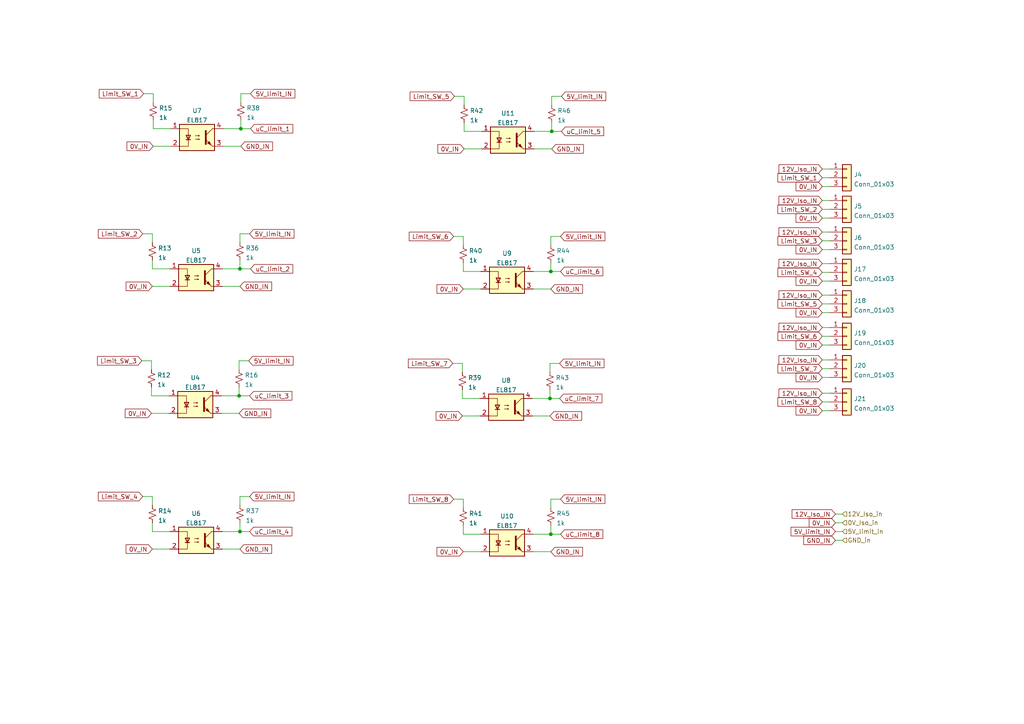
<source format=kicad_sch>
(kicad_sch
	(version 20231120)
	(generator "eeschema")
	(generator_version "8.0")
	(uuid "3934cdea-42c8-4ab1-b1be-2c4978ab08ae")
	(paper "A4")
	(title_block
		(title "Motion Control Board")
		(date "2022-04-14")
		(company "Vashishtha Research Private Limited")
	)
	(lib_symbols
		(symbol "Connector_Generic:Conn_01x03"
			(pin_names
				(offset 1.016) hide)
			(exclude_from_sim no)
			(in_bom yes)
			(on_board yes)
			(property "Reference" "J"
				(at 0 5.08 0)
				(effects
					(font
						(size 1.27 1.27)
					)
				)
			)
			(property "Value" "Conn_01x03"
				(at 0 -5.08 0)
				(effects
					(font
						(size 1.27 1.27)
					)
				)
			)
			(property "Footprint" ""
				(at 0 0 0)
				(effects
					(font
						(size 1.27 1.27)
					)
					(hide yes)
				)
			)
			(property "Datasheet" "~"
				(at 0 0 0)
				(effects
					(font
						(size 1.27 1.27)
					)
					(hide yes)
				)
			)
			(property "Description" "Generic connector, single row, 01x03, script generated (kicad-library-utils/schlib/autogen/connector/)"
				(at 0 0 0)
				(effects
					(font
						(size 1.27 1.27)
					)
					(hide yes)
				)
			)
			(property "ki_keywords" "connector"
				(at 0 0 0)
				(effects
					(font
						(size 1.27 1.27)
					)
					(hide yes)
				)
			)
			(property "ki_fp_filters" "Connector*:*_1x??_*"
				(at 0 0 0)
				(effects
					(font
						(size 1.27 1.27)
					)
					(hide yes)
				)
			)
			(symbol "Conn_01x03_1_1"
				(rectangle
					(start -1.27 -2.413)
					(end 0 -2.667)
					(stroke
						(width 0.1524)
						(type default)
					)
					(fill
						(type none)
					)
				)
				(rectangle
					(start -1.27 0.127)
					(end 0 -0.127)
					(stroke
						(width 0.1524)
						(type default)
					)
					(fill
						(type none)
					)
				)
				(rectangle
					(start -1.27 2.667)
					(end 0 2.413)
					(stroke
						(width 0.1524)
						(type default)
					)
					(fill
						(type none)
					)
				)
				(rectangle
					(start -1.27 3.81)
					(end 1.27 -3.81)
					(stroke
						(width 0.254)
						(type default)
					)
					(fill
						(type background)
					)
				)
				(pin passive line
					(at -5.08 2.54 0)
					(length 3.81)
					(name "Pin_1"
						(effects
							(font
								(size 1.27 1.27)
							)
						)
					)
					(number "1"
						(effects
							(font
								(size 1.27 1.27)
							)
						)
					)
				)
				(pin passive line
					(at -5.08 0 0)
					(length 3.81)
					(name "Pin_2"
						(effects
							(font
								(size 1.27 1.27)
							)
						)
					)
					(number "2"
						(effects
							(font
								(size 1.27 1.27)
							)
						)
					)
				)
				(pin passive line
					(at -5.08 -2.54 0)
					(length 3.81)
					(name "Pin_3"
						(effects
							(font
								(size 1.27 1.27)
							)
						)
					)
					(number "3"
						(effects
							(font
								(size 1.27 1.27)
							)
						)
					)
				)
			)
		)
		(symbol "Device:R_Small_US"
			(pin_numbers hide)
			(pin_names
				(offset 0.254) hide)
			(exclude_from_sim no)
			(in_bom yes)
			(on_board yes)
			(property "Reference" "R"
				(at 0.762 0.508 0)
				(effects
					(font
						(size 1.27 1.27)
					)
					(justify left)
				)
			)
			(property "Value" "R_Small_US"
				(at 0.762 -1.016 0)
				(effects
					(font
						(size 1.27 1.27)
					)
					(justify left)
				)
			)
			(property "Footprint" ""
				(at 0 0 0)
				(effects
					(font
						(size 1.27 1.27)
					)
					(hide yes)
				)
			)
			(property "Datasheet" "~"
				(at 0 0 0)
				(effects
					(font
						(size 1.27 1.27)
					)
					(hide yes)
				)
			)
			(property "Description" "Resistor, small US symbol"
				(at 0 0 0)
				(effects
					(font
						(size 1.27 1.27)
					)
					(hide yes)
				)
			)
			(property "ki_keywords" "r resistor"
				(at 0 0 0)
				(effects
					(font
						(size 1.27 1.27)
					)
					(hide yes)
				)
			)
			(property "ki_fp_filters" "R_*"
				(at 0 0 0)
				(effects
					(font
						(size 1.27 1.27)
					)
					(hide yes)
				)
			)
			(symbol "R_Small_US_1_1"
				(polyline
					(pts
						(xy 0 0) (xy 1.016 -0.381) (xy 0 -0.762) (xy -1.016 -1.143) (xy 0 -1.524)
					)
					(stroke
						(width 0)
						(type default)
					)
					(fill
						(type none)
					)
				)
				(polyline
					(pts
						(xy 0 1.524) (xy 1.016 1.143) (xy 0 0.762) (xy -1.016 0.381) (xy 0 0)
					)
					(stroke
						(width 0)
						(type default)
					)
					(fill
						(type none)
					)
				)
				(pin passive line
					(at 0 2.54 270)
					(length 1.016)
					(name "~"
						(effects
							(font
								(size 1.27 1.27)
							)
						)
					)
					(number "1"
						(effects
							(font
								(size 1.27 1.27)
							)
						)
					)
				)
				(pin passive line
					(at 0 -2.54 90)
					(length 1.016)
					(name "~"
						(effects
							(font
								(size 1.27 1.27)
							)
						)
					)
					(number "2"
						(effects
							(font
								(size 1.27 1.27)
							)
						)
					)
				)
			)
		)
		(symbol "Isolator:EL817"
			(pin_names
				(offset 1.016)
			)
			(exclude_from_sim no)
			(in_bom yes)
			(on_board yes)
			(property "Reference" "U"
				(at -5.08 5.08 0)
				(effects
					(font
						(size 1.27 1.27)
					)
					(justify left)
				)
			)
			(property "Value" "EL817"
				(at 0 5.08 0)
				(effects
					(font
						(size 1.27 1.27)
					)
					(justify left)
				)
			)
			(property "Footprint" "Package_DIP:DIP-4_W7.62mm"
				(at -5.08 -5.08 0)
				(effects
					(font
						(size 1.27 1.27)
						(italic yes)
					)
					(justify left)
					(hide yes)
				)
			)
			(property "Datasheet" "http://www.everlight.com/file/ProductFile/EL817.pdf"
				(at 0 0 0)
				(effects
					(font
						(size 1.27 1.27)
					)
					(justify left)
					(hide yes)
				)
			)
			(property "Description" "DC Optocoupler, Vce 35V, DIP-4"
				(at 0 0 0)
				(effects
					(font
						(size 1.27 1.27)
					)
					(hide yes)
				)
			)
			(property "ki_keywords" "NPN DC Optocoupler"
				(at 0 0 0)
				(effects
					(font
						(size 1.27 1.27)
					)
					(hide yes)
				)
			)
			(property "ki_fp_filters" "DIP*W7.62mm*"
				(at 0 0 0)
				(effects
					(font
						(size 1.27 1.27)
					)
					(hide yes)
				)
			)
			(symbol "EL817_0_1"
				(rectangle
					(start -5.08 3.81)
					(end 5.08 -3.81)
					(stroke
						(width 0.254)
						(type default)
					)
					(fill
						(type background)
					)
				)
				(polyline
					(pts
						(xy -3.175 -0.635) (xy -1.905 -0.635)
					)
					(stroke
						(width 0.254)
						(type default)
					)
					(fill
						(type none)
					)
				)
				(polyline
					(pts
						(xy 2.54 0.635) (xy 4.445 2.54)
					)
					(stroke
						(width 0)
						(type default)
					)
					(fill
						(type none)
					)
				)
				(polyline
					(pts
						(xy 4.445 -2.54) (xy 2.54 -0.635)
					)
					(stroke
						(width 0)
						(type default)
					)
					(fill
						(type outline)
					)
				)
				(polyline
					(pts
						(xy 4.445 -2.54) (xy 5.08 -2.54)
					)
					(stroke
						(width 0)
						(type default)
					)
					(fill
						(type none)
					)
				)
				(polyline
					(pts
						(xy 4.445 2.54) (xy 5.08 2.54)
					)
					(stroke
						(width 0)
						(type default)
					)
					(fill
						(type none)
					)
				)
				(polyline
					(pts
						(xy -5.08 2.54) (xy -2.54 2.54) (xy -2.54 -0.635)
					)
					(stroke
						(width 0)
						(type default)
					)
					(fill
						(type none)
					)
				)
				(polyline
					(pts
						(xy -2.54 -0.635) (xy -2.54 -2.54) (xy -5.08 -2.54)
					)
					(stroke
						(width 0)
						(type default)
					)
					(fill
						(type none)
					)
				)
				(polyline
					(pts
						(xy 2.54 1.905) (xy 2.54 -1.905) (xy 2.54 -1.905)
					)
					(stroke
						(width 0.508)
						(type default)
					)
					(fill
						(type none)
					)
				)
				(polyline
					(pts
						(xy -2.54 -0.635) (xy -3.175 0.635) (xy -1.905 0.635) (xy -2.54 -0.635)
					)
					(stroke
						(width 0.254)
						(type default)
					)
					(fill
						(type none)
					)
				)
				(polyline
					(pts
						(xy -0.508 -0.508) (xy 0.762 -0.508) (xy 0.381 -0.635) (xy 0.381 -0.381) (xy 0.762 -0.508)
					)
					(stroke
						(width 0)
						(type default)
					)
					(fill
						(type none)
					)
				)
				(polyline
					(pts
						(xy -0.508 0.508) (xy 0.762 0.508) (xy 0.381 0.381) (xy 0.381 0.635) (xy 0.762 0.508)
					)
					(stroke
						(width 0)
						(type default)
					)
					(fill
						(type none)
					)
				)
				(polyline
					(pts
						(xy 3.048 -1.651) (xy 3.556 -1.143) (xy 4.064 -2.159) (xy 3.048 -1.651) (xy 3.048 -1.651)
					)
					(stroke
						(width 0)
						(type default)
					)
					(fill
						(type outline)
					)
				)
			)
			(symbol "EL817_1_1"
				(pin passive line
					(at -7.62 2.54 0)
					(length 2.54)
					(name "~"
						(effects
							(font
								(size 1.27 1.27)
							)
						)
					)
					(number "1"
						(effects
							(font
								(size 1.27 1.27)
							)
						)
					)
				)
				(pin passive line
					(at -7.62 -2.54 0)
					(length 2.54)
					(name "~"
						(effects
							(font
								(size 1.27 1.27)
							)
						)
					)
					(number "2"
						(effects
							(font
								(size 1.27 1.27)
							)
						)
					)
				)
				(pin passive line
					(at 7.62 -2.54 180)
					(length 2.54)
					(name "~"
						(effects
							(font
								(size 1.27 1.27)
							)
						)
					)
					(number "3"
						(effects
							(font
								(size 1.27 1.27)
							)
						)
					)
				)
				(pin passive line
					(at 7.62 2.54 180)
					(length 2.54)
					(name "~"
						(effects
							(font
								(size 1.27 1.27)
							)
						)
					)
					(number "4"
						(effects
							(font
								(size 1.27 1.27)
							)
						)
					)
				)
			)
		)
	)
	(junction
		(at 69.596 154.178)
		(diameter 0)
		(color 0 0 0 0)
		(uuid "06fcc967-3db7-43fc-a903-6337245cbb90")
	)
	(junction
		(at 159.512 115.57)
		(diameter 0)
		(color 0 0 0 0)
		(uuid "098c913e-008e-4eb4-b4db-c3d37e6f1da1")
	)
	(junction
		(at 159.766 78.74)
		(diameter 0)
		(color 0 0 0 0)
		(uuid "1ad9ca38-a5e1-4040-b08f-10ef529f0385")
	)
	(junction
		(at 160.02 38.1)
		(diameter 0)
		(color 0 0 0 0)
		(uuid "5c5d5a72-e8c0-42ef-9fe1-d221bf4f4ae8")
	)
	(junction
		(at 159.766 154.94)
		(diameter 0)
		(color 0 0 0 0)
		(uuid "797e9dea-cbd8-40af-975f-af894f02505b")
	)
	(junction
		(at 69.85 37.338)
		(diameter 0)
		(color 0 0 0 0)
		(uuid "8dd7e473-e4e6-46a3-beb1-c3adbc3b42ce")
	)
	(junction
		(at 69.596 77.978)
		(diameter 0)
		(color 0 0 0 0)
		(uuid "e519ccd8-5901-4fbd-a208-9735799762cb")
	)
	(junction
		(at 69.342 114.808)
		(diameter 0)
		(color 0 0 0 0)
		(uuid "e8af263d-6f43-4ae4-ae78-1c660be3b0a1")
	)
	(wire
		(pts
			(xy 44.196 144.018) (xy 44.196 146.558)
		)
		(stroke
			(width 0)
			(type default)
		)
		(uuid "007b0ee0-6905-4d88-b645-9e2f2d80216d")
	)
	(wire
		(pts
			(xy 134.112 113.03) (xy 134.112 115.57)
		)
		(stroke
			(width 0)
			(type default)
		)
		(uuid "00b098ce-df73-4215-94fb-592632313749")
	)
	(wire
		(pts
			(xy 159.766 144.78) (xy 159.766 147.32)
		)
		(stroke
			(width 0)
			(type default)
		)
		(uuid "010c4b5e-e49b-4d2d-9cb4-341eeae7fe90")
	)
	(wire
		(pts
			(xy 238.506 67.31) (xy 240.538 67.31)
		)
		(stroke
			(width 0)
			(type default)
		)
		(uuid "01b1b3c1-448a-487d-b56f-914795d40aa1")
	)
	(wire
		(pts
			(xy 72.136 104.648) (xy 69.342 104.648)
		)
		(stroke
			(width 0)
			(type default)
		)
		(uuid "03c5463a-9aeb-4c00-9e63-7fcc80bed7fe")
	)
	(wire
		(pts
			(xy 69.85 37.338) (xy 72.644 37.338)
		)
		(stroke
			(width 0)
			(type default)
		)
		(uuid "0580a000-4bba-4541-a375-0ccdb39921cd")
	)
	(wire
		(pts
			(xy 238.506 54.102) (xy 240.538 54.102)
		)
		(stroke
			(width 0)
			(type default)
		)
		(uuid "079e74da-5964-4605-b94c-c728bc44faf6")
	)
	(wire
		(pts
			(xy 134.112 115.57) (xy 139.192 115.57)
		)
		(stroke
			(width 0)
			(type default)
		)
		(uuid "091fd325-72a1-4029-a2ad-0899fa9d5a61")
	)
	(wire
		(pts
			(xy 134.366 83.82) (xy 139.446 83.82)
		)
		(stroke
			(width 0)
			(type default)
		)
		(uuid "0b2f5ccf-2810-4710-9472-693b9e344434")
	)
	(wire
		(pts
			(xy 238.506 51.562) (xy 240.538 51.562)
		)
		(stroke
			(width 0)
			(type default)
		)
		(uuid "0b6987a0-e161-4e87-9da2-75c2d2dfbbd7")
	)
	(wire
		(pts
			(xy 44.196 159.258) (xy 49.276 159.258)
		)
		(stroke
			(width 0)
			(type default)
		)
		(uuid "0b83b183-975d-481d-92bb-bbad254bc584")
	)
	(wire
		(pts
			(xy 238.506 88.138) (xy 240.538 88.138)
		)
		(stroke
			(width 0)
			(type default)
		)
		(uuid "100b37d6-5761-4feb-9324-e6d6c801e2c0")
	)
	(wire
		(pts
			(xy 159.766 68.58) (xy 159.766 71.12)
		)
		(stroke
			(width 0)
			(type default)
		)
		(uuid "1375372b-cd15-4571-84bb-c4e7717afed6")
	)
	(wire
		(pts
			(xy 159.766 154.94) (xy 159.766 152.4)
		)
		(stroke
			(width 0)
			(type default)
		)
		(uuid "13851cda-ef44-4fb4-87b6-4761c95b8ce1")
	)
	(wire
		(pts
			(xy 44.45 37.338) (xy 49.53 37.338)
		)
		(stroke
			(width 0)
			(type default)
		)
		(uuid "150eb38d-002a-4c1a-905f-f04d3277772e")
	)
	(wire
		(pts
			(xy 64.516 159.258) (xy 69.596 159.258)
		)
		(stroke
			(width 0)
			(type default)
		)
		(uuid "15c247ad-c634-433d-a24f-c5591c146bb4")
	)
	(wire
		(pts
			(xy 134.366 144.78) (xy 134.366 147.32)
		)
		(stroke
			(width 0)
			(type default)
		)
		(uuid "196e89b3-4068-4d2a-80f2-403998ac6875")
	)
	(wire
		(pts
			(xy 154.686 78.74) (xy 159.766 78.74)
		)
		(stroke
			(width 0)
			(type default)
		)
		(uuid "19b5ccda-900b-4ea6-ba39-9ae6d2b1d585")
	)
	(wire
		(pts
			(xy 69.85 37.338) (xy 69.85 34.798)
		)
		(stroke
			(width 0)
			(type default)
		)
		(uuid "19c2b42b-2b4b-4980-b1a5-90e6cc9a6e3e")
	)
	(wire
		(pts
			(xy 134.112 120.65) (xy 139.192 120.65)
		)
		(stroke
			(width 0)
			(type default)
		)
		(uuid "1c90d602-4814-47c0-b7d7-e408f45c1b76")
	)
	(wire
		(pts
			(xy 238.506 78.994) (xy 240.538 78.994)
		)
		(stroke
			(width 0)
			(type default)
		)
		(uuid "1cbbab6a-69fc-409f-8b3a-e94e43ea6495")
	)
	(wire
		(pts
			(xy 134.366 154.94) (xy 139.446 154.94)
		)
		(stroke
			(width 0)
			(type default)
		)
		(uuid "1e3b534f-d69f-4273-ac1a-07ebd1da60ee")
	)
	(wire
		(pts
			(xy 69.342 104.648) (xy 69.342 107.188)
		)
		(stroke
			(width 0)
			(type default)
		)
		(uuid "2187df50-dd8e-4a07-b379-52977817de93")
	)
	(wire
		(pts
			(xy 134.366 152.4) (xy 134.366 154.94)
		)
		(stroke
			(width 0)
			(type default)
		)
		(uuid "22013578-2d7e-4653-8096-4ac44c5ee531")
	)
	(wire
		(pts
			(xy 44.196 154.178) (xy 49.276 154.178)
		)
		(stroke
			(width 0)
			(type default)
		)
		(uuid "24a60ede-c35c-4616-ae3c-f3495a429e3b")
	)
	(wire
		(pts
			(xy 69.596 67.818) (xy 69.596 70.358)
		)
		(stroke
			(width 0)
			(type default)
		)
		(uuid "27d2a568-8d07-43ee-b103-6b7eebeafd1d")
	)
	(wire
		(pts
			(xy 131.572 144.78) (xy 134.366 144.78)
		)
		(stroke
			(width 0)
			(type default)
		)
		(uuid "2f6a6f89-dfdf-44db-a29e-f382b229ee30")
	)
	(wire
		(pts
			(xy 134.366 78.74) (xy 139.446 78.74)
		)
		(stroke
			(width 0)
			(type default)
		)
		(uuid "314ff4d8-161a-46f7-ae00-52beb9dcd4ea")
	)
	(wire
		(pts
			(xy 160.02 38.1) (xy 160.02 35.56)
		)
		(stroke
			(width 0)
			(type default)
		)
		(uuid "31582b11-175e-4fa7-9936-1401b67ef4a4")
	)
	(wire
		(pts
			(xy 43.942 114.808) (xy 49.022 114.808)
		)
		(stroke
			(width 0)
			(type default)
		)
		(uuid "31e87341-eb67-442e-adaa-cde5acc087f0")
	)
	(wire
		(pts
			(xy 159.766 154.94) (xy 162.56 154.94)
		)
		(stroke
			(width 0)
			(type default)
		)
		(uuid "337ec458-8dba-4e8f-857f-5031f2ebae70")
	)
	(wire
		(pts
			(xy 134.62 38.1) (xy 139.7 38.1)
		)
		(stroke
			(width 0)
			(type default)
		)
		(uuid "352dd18a-31e3-4ed0-ba57-6a2787295f1b")
	)
	(wire
		(pts
			(xy 64.516 83.058) (xy 69.596 83.058)
		)
		(stroke
			(width 0)
			(type default)
		)
		(uuid "37ee68af-0ea4-476d-a3b9-6659a4dcd09f")
	)
	(wire
		(pts
			(xy 134.62 35.56) (xy 134.62 38.1)
		)
		(stroke
			(width 0)
			(type default)
		)
		(uuid "3abf106a-35a0-4c08-a788-dbe327dd4abf")
	)
	(wire
		(pts
			(xy 159.766 78.74) (xy 159.766 76.2)
		)
		(stroke
			(width 0)
			(type default)
		)
		(uuid "3e5f19a3-41cd-41cf-a4fc-75093887ea4b")
	)
	(wire
		(pts
			(xy 72.39 144.018) (xy 69.596 144.018)
		)
		(stroke
			(width 0)
			(type default)
		)
		(uuid "47a088a2-b684-43e6-8fa8-f658169f968f")
	)
	(wire
		(pts
			(xy 154.432 115.57) (xy 159.512 115.57)
		)
		(stroke
			(width 0)
			(type default)
		)
		(uuid "48f39441-c749-49c1-ae52-e16c2addebc8")
	)
	(wire
		(pts
			(xy 64.516 154.178) (xy 69.596 154.178)
		)
		(stroke
			(width 0)
			(type default)
		)
		(uuid "4a49a963-958f-4270-bc55-55ba02011890")
	)
	(wire
		(pts
			(xy 159.766 78.74) (xy 162.56 78.74)
		)
		(stroke
			(width 0)
			(type default)
		)
		(uuid "51b88626-207e-49e9-9d9f-fec241caa5e4")
	)
	(wire
		(pts
			(xy 134.62 27.94) (xy 134.62 30.48)
		)
		(stroke
			(width 0)
			(type default)
		)
		(uuid "546cb118-098b-4af5-9313-a4e8162b3056")
	)
	(wire
		(pts
			(xy 72.644 27.178) (xy 69.85 27.178)
		)
		(stroke
			(width 0)
			(type default)
		)
		(uuid "56d2bb87-914b-4ea8-87aa-58bf58324f3f")
	)
	(wire
		(pts
			(xy 238.506 106.934) (xy 240.538 106.934)
		)
		(stroke
			(width 0)
			(type default)
		)
		(uuid "5810960e-6207-488a-af4a-43c80f06ae3f")
	)
	(wire
		(pts
			(xy 69.596 154.178) (xy 69.596 151.638)
		)
		(stroke
			(width 0)
			(type default)
		)
		(uuid "596ed403-4236-4c23-9111-a6a83bb12b3b")
	)
	(wire
		(pts
			(xy 238.506 90.678) (xy 240.538 90.678)
		)
		(stroke
			(width 0)
			(type default)
		)
		(uuid "5aaec1d5-2411-4e4d-ad83-d80d48a22c80")
	)
	(wire
		(pts
			(xy 154.686 154.94) (xy 159.766 154.94)
		)
		(stroke
			(width 0)
			(type default)
		)
		(uuid "5cf99b6f-4861-4231-8320-f84cf74259dc")
	)
	(wire
		(pts
			(xy 154.686 160.02) (xy 159.766 160.02)
		)
		(stroke
			(width 0)
			(type default)
		)
		(uuid "62eb8779-949e-4932-9f19-e9554f904f7d")
	)
	(wire
		(pts
			(xy 159.512 105.41) (xy 159.512 107.95)
		)
		(stroke
			(width 0)
			(type default)
		)
		(uuid "637fdeca-99d9-4979-865d-a616b6c8ee4f")
	)
	(wire
		(pts
			(xy 131.572 68.58) (xy 134.366 68.58)
		)
		(stroke
			(width 0)
			(type default)
		)
		(uuid "63981296-d007-4533-a081-fd23abde5836")
	)
	(wire
		(pts
			(xy 41.402 67.818) (xy 44.196 67.818)
		)
		(stroke
			(width 0)
			(type default)
		)
		(uuid "689e0a7b-4d10-4cce-9642-3796cb7d0dfe")
	)
	(wire
		(pts
			(xy 238.506 100.076) (xy 240.538 100.076)
		)
		(stroke
			(width 0)
			(type default)
		)
		(uuid "73367c4d-e9ef-497d-9fc7-14cf3d971f85")
	)
	(wire
		(pts
			(xy 238.506 119.126) (xy 240.538 119.126)
		)
		(stroke
			(width 0)
			(type default)
		)
		(uuid "76f1a2d9-9c65-424d-8c78-227de72eabe1")
	)
	(wire
		(pts
			(xy 64.262 119.888) (xy 69.342 119.888)
		)
		(stroke
			(width 0)
			(type default)
		)
		(uuid "77d56956-8dab-44fa-8947-0f5caeb8aaf0")
	)
	(wire
		(pts
			(xy 64.516 77.978) (xy 69.596 77.978)
		)
		(stroke
			(width 0)
			(type default)
		)
		(uuid "7921aeb1-c41e-4810-8ee5-6686a14c2845")
	)
	(wire
		(pts
			(xy 134.112 105.41) (xy 134.112 107.95)
		)
		(stroke
			(width 0)
			(type default)
		)
		(uuid "7bf10607-23a6-4109-9473-df393a471188")
	)
	(wire
		(pts
			(xy 64.262 114.808) (xy 69.342 114.808)
		)
		(stroke
			(width 0)
			(type default)
		)
		(uuid "7ed159db-d284-4788-8599-64d5c3721c97")
	)
	(wire
		(pts
			(xy 41.656 27.178) (xy 44.45 27.178)
		)
		(stroke
			(width 0)
			(type default)
		)
		(uuid "7f0e9875-3d2d-4f72-9367-edd244edeba2")
	)
	(wire
		(pts
			(xy 43.942 112.268) (xy 43.942 114.808)
		)
		(stroke
			(width 0)
			(type default)
		)
		(uuid "80685d95-8847-4eef-95fc-a27b534b2cea")
	)
	(wire
		(pts
			(xy 238.506 72.39) (xy 240.538 72.39)
		)
		(stroke
			(width 0)
			(type default)
		)
		(uuid "82dbeec4-805d-45de-877b-0c0c18937388")
	)
	(wire
		(pts
			(xy 69.342 114.808) (xy 69.342 112.268)
		)
		(stroke
			(width 0)
			(type default)
		)
		(uuid "82e9dc88-cdfe-4d3c-8284-42e65af2b30c")
	)
	(wire
		(pts
			(xy 238.506 60.706) (xy 240.538 60.706)
		)
		(stroke
			(width 0)
			(type default)
		)
		(uuid "83607079-c6be-4262-8696-f51864224cb7")
	)
	(wire
		(pts
			(xy 44.196 77.978) (xy 49.276 77.978)
		)
		(stroke
			(width 0)
			(type default)
		)
		(uuid "8495063f-6a07-4cd5-be4b-52b76698adbd")
	)
	(wire
		(pts
			(xy 238.506 94.996) (xy 240.538 94.996)
		)
		(stroke
			(width 0)
			(type default)
		)
		(uuid "86fbe796-5079-404f-a484-8e331ab3fe18")
	)
	(wire
		(pts
			(xy 154.686 83.82) (xy 159.766 83.82)
		)
		(stroke
			(width 0)
			(type default)
		)
		(uuid "87b4b9f8-fc37-4598-a336-3cbd1b8146a0")
	)
	(wire
		(pts
			(xy 238.506 81.534) (xy 240.538 81.534)
		)
		(stroke
			(width 0)
			(type default)
		)
		(uuid "885f4532-63cb-4c00-a4b9-9f88ba4bdcc7")
	)
	(wire
		(pts
			(xy 69.596 77.978) (xy 72.644 77.978)
		)
		(stroke
			(width 0)
			(type default)
		)
		(uuid "89f449ad-7711-4cbb-b899-dee454d4e66b")
	)
	(wire
		(pts
			(xy 162.56 144.78) (xy 159.766 144.78)
		)
		(stroke
			(width 0)
			(type default)
		)
		(uuid "8a0f6724-cecb-448d-bd57-d9b85803e72a")
	)
	(wire
		(pts
			(xy 44.45 34.798) (xy 44.45 37.338)
		)
		(stroke
			(width 0)
			(type default)
		)
		(uuid "8a497b42-e657-4a31-b186-26f870eeef82")
	)
	(wire
		(pts
			(xy 43.942 119.888) (xy 49.022 119.888)
		)
		(stroke
			(width 0)
			(type default)
		)
		(uuid "8ae3c485-bfe3-4459-bf6d-3a72bc39129e")
	)
	(wire
		(pts
			(xy 238.506 85.598) (xy 240.538 85.598)
		)
		(stroke
			(width 0)
			(type default)
		)
		(uuid "8b18ba2c-bac4-436c-9201-4a76cb9b9beb")
	)
	(wire
		(pts
			(xy 134.62 43.18) (xy 139.7 43.18)
		)
		(stroke
			(width 0)
			(type default)
		)
		(uuid "8fcc76e3-67b5-4deb-9854-5fcb9f40ed43")
	)
	(wire
		(pts
			(xy 160.02 27.94) (xy 160.02 30.48)
		)
		(stroke
			(width 0)
			(type default)
		)
		(uuid "903d5fc5-1cb3-4a94-973f-83335498d1e6")
	)
	(wire
		(pts
			(xy 238.506 97.536) (xy 240.538 97.536)
		)
		(stroke
			(width 0)
			(type default)
		)
		(uuid "9219dc9d-9b50-4842-abd9-f961a22ea62f")
	)
	(wire
		(pts
			(xy 41.402 144.018) (xy 44.196 144.018)
		)
		(stroke
			(width 0)
			(type default)
		)
		(uuid "94249c71-24d1-43ef-b7ef-1ab644df2073")
	)
	(wire
		(pts
			(xy 44.45 42.418) (xy 49.53 42.418)
		)
		(stroke
			(width 0)
			(type default)
		)
		(uuid "94c816bd-d8b0-4ea2-8985-19b26c89d31a")
	)
	(wire
		(pts
			(xy 162.814 27.94) (xy 160.02 27.94)
		)
		(stroke
			(width 0)
			(type default)
		)
		(uuid "963ed075-84cb-4d7c-9120-79ea9e4c4f54")
	)
	(wire
		(pts
			(xy 69.596 154.178) (xy 72.39 154.178)
		)
		(stroke
			(width 0)
			(type default)
		)
		(uuid "97127d10-491a-4b26-84f9-f33fa0aa1cd2")
	)
	(wire
		(pts
			(xy 44.196 75.438) (xy 44.196 77.978)
		)
		(stroke
			(width 0)
			(type default)
		)
		(uuid "979bdaf2-3e92-49b9-8ff8-03f3e794ce51")
	)
	(wire
		(pts
			(xy 242.316 151.638) (xy 244.348 151.638)
		)
		(stroke
			(width 0)
			(type default)
		)
		(uuid "98ac4dae-182e-4ca5-9db1-16c43ead0ddc")
	)
	(wire
		(pts
			(xy 242.316 154.178) (xy 244.348 154.178)
		)
		(stroke
			(width 0)
			(type default)
		)
		(uuid "99929d06-2c5b-46cc-8f20-018da59639f1")
	)
	(wire
		(pts
			(xy 69.596 144.018) (xy 69.596 146.558)
		)
		(stroke
			(width 0)
			(type default)
		)
		(uuid "a4ebd2a2-6ccb-459e-850c-637c7310267a")
	)
	(wire
		(pts
			(xy 131.318 105.41) (xy 134.112 105.41)
		)
		(stroke
			(width 0)
			(type default)
		)
		(uuid "a962c45a-e684-4c6c-b2db-ef701404fdbe")
	)
	(wire
		(pts
			(xy 134.366 76.2) (xy 134.366 78.74)
		)
		(stroke
			(width 0)
			(type default)
		)
		(uuid "abbd188e-f3d4-4a3f-9ac1-5985cfdfaefa")
	)
	(wire
		(pts
			(xy 44.196 151.638) (xy 44.196 154.178)
		)
		(stroke
			(width 0)
			(type default)
		)
		(uuid "ad87d6ad-216f-4244-a979-b5644acf2c46")
	)
	(wire
		(pts
			(xy 160.02 38.1) (xy 162.814 38.1)
		)
		(stroke
			(width 0)
			(type default)
		)
		(uuid "afb5228b-d527-4737-9406-fb59aa18951e")
	)
	(wire
		(pts
			(xy 238.506 49.022) (xy 240.538 49.022)
		)
		(stroke
			(width 0)
			(type default)
		)
		(uuid "b0e9276a-41f1-401e-beeb-f568bb3c59db")
	)
	(wire
		(pts
			(xy 238.506 116.586) (xy 240.538 116.586)
		)
		(stroke
			(width 0)
			(type default)
		)
		(uuid "b459c7dd-f729-48c7-8686-b156579f8312")
	)
	(wire
		(pts
			(xy 159.512 115.57) (xy 159.512 113.03)
		)
		(stroke
			(width 0)
			(type default)
		)
		(uuid "b56201ee-4b28-43c3-8e84-3ee6b2d30a6a")
	)
	(wire
		(pts
			(xy 238.506 104.394) (xy 240.538 104.394)
		)
		(stroke
			(width 0)
			(type default)
		)
		(uuid "b70e1b7c-ca6a-49e9-905c-f6979a78dd95")
	)
	(wire
		(pts
			(xy 238.506 58.166) (xy 240.538 58.166)
		)
		(stroke
			(width 0)
			(type default)
		)
		(uuid "b7a0d8ed-3c9d-42c3-b5b1-7c959c0404cb")
	)
	(wire
		(pts
			(xy 134.366 68.58) (xy 134.366 71.12)
		)
		(stroke
			(width 0)
			(type default)
		)
		(uuid "b88da572-11d3-4153-a47e-e4e05bcade90")
	)
	(wire
		(pts
			(xy 162.56 68.58) (xy 159.766 68.58)
		)
		(stroke
			(width 0)
			(type default)
		)
		(uuid "bd8cbb4f-daee-4dd5-a985-9f257bdf2e2f")
	)
	(wire
		(pts
			(xy 69.596 77.978) (xy 69.596 75.438)
		)
		(stroke
			(width 0)
			(type default)
		)
		(uuid "c379e75e-90d5-4a27-96da-9eb2ea5af6d6")
	)
	(wire
		(pts
			(xy 131.826 27.94) (xy 134.62 27.94)
		)
		(stroke
			(width 0)
			(type default)
		)
		(uuid "c4d4ce49-0eaf-4044-97c6-d8cc84b8827f")
	)
	(wire
		(pts
			(xy 64.77 42.418) (xy 69.85 42.418)
		)
		(stroke
			(width 0)
			(type default)
		)
		(uuid "c527fb06-e48a-4daa-a001-77304521682e")
	)
	(wire
		(pts
			(xy 154.94 43.18) (xy 160.02 43.18)
		)
		(stroke
			(width 0)
			(type default)
		)
		(uuid "c7bf23cf-5841-4517-bfb8-47f5ae4e6b89")
	)
	(wire
		(pts
			(xy 69.85 27.178) (xy 69.85 29.718)
		)
		(stroke
			(width 0)
			(type default)
		)
		(uuid "c906e9e8-4c67-4eef-9887-a997242b69cd")
	)
	(wire
		(pts
			(xy 41.148 104.648) (xy 43.942 104.648)
		)
		(stroke
			(width 0)
			(type default)
		)
		(uuid "ce9969ba-1013-45df-a105-fdaa2d5528e8")
	)
	(wire
		(pts
			(xy 154.432 120.65) (xy 159.512 120.65)
		)
		(stroke
			(width 0)
			(type default)
		)
		(uuid "d328f132-a573-42f4-8aa7-de8851d319bb")
	)
	(wire
		(pts
			(xy 238.506 63.246) (xy 240.538 63.246)
		)
		(stroke
			(width 0)
			(type default)
		)
		(uuid "d594380d-fc67-4c51-9b22-ada2b274dfad")
	)
	(wire
		(pts
			(xy 64.77 37.338) (xy 69.85 37.338)
		)
		(stroke
			(width 0)
			(type default)
		)
		(uuid "d974aaba-709e-4e48-8a57-725840edd858")
	)
	(wire
		(pts
			(xy 238.506 69.85) (xy 240.538 69.85)
		)
		(stroke
			(width 0)
			(type default)
		)
		(uuid "dda4c0ca-abd5-4644-81d3-2c54f43c7e50")
	)
	(wire
		(pts
			(xy 44.45 27.178) (xy 44.45 29.718)
		)
		(stroke
			(width 0)
			(type default)
		)
		(uuid "de80ab21-839e-4719-bcfb-36c9329903d8")
	)
	(wire
		(pts
			(xy 238.506 114.046) (xy 240.538 114.046)
		)
		(stroke
			(width 0)
			(type default)
		)
		(uuid "df777f2f-ff73-4d03-8d44-f97537430aa3")
	)
	(wire
		(pts
			(xy 72.39 67.818) (xy 69.596 67.818)
		)
		(stroke
			(width 0)
			(type default)
		)
		(uuid "dfe8f41a-bc47-4cae-95ac-67d502af1e44")
	)
	(wire
		(pts
			(xy 242.316 149.098) (xy 244.348 149.098)
		)
		(stroke
			(width 0)
			(type default)
		)
		(uuid "e4b9816d-4488-457c-9856-3c13f5d5602a")
	)
	(wire
		(pts
			(xy 238.506 109.474) (xy 240.538 109.474)
		)
		(stroke
			(width 0)
			(type default)
		)
		(uuid "ee9f3762-bcae-422f-a051-a7cce51f0205")
	)
	(wire
		(pts
			(xy 242.316 156.718) (xy 244.348 156.718)
		)
		(stroke
			(width 0)
			(type default)
		)
		(uuid "f052e7ba-058c-4b80-949a-bbd54bd4f201")
	)
	(wire
		(pts
			(xy 159.512 115.57) (xy 162.306 115.57)
		)
		(stroke
			(width 0)
			(type default)
		)
		(uuid "f1c51b9c-7ce7-495b-99b1-2f18b1e919cf")
	)
	(wire
		(pts
			(xy 43.942 104.648) (xy 43.942 107.188)
		)
		(stroke
			(width 0)
			(type default)
		)
		(uuid "f3c55657-3783-4f39-ae19-7ef07aa6343f")
	)
	(wire
		(pts
			(xy 44.196 83.058) (xy 49.276 83.058)
		)
		(stroke
			(width 0)
			(type default)
		)
		(uuid "f4145bdb-8285-40b8-93df-7deba7c9a5ac")
	)
	(wire
		(pts
			(xy 162.306 105.41) (xy 159.512 105.41)
		)
		(stroke
			(width 0)
			(type default)
		)
		(uuid "f4d7d311-4d80-44eb-bd2d-f3ee2d1367d3")
	)
	(wire
		(pts
			(xy 238.506 76.454) (xy 240.538 76.454)
		)
		(stroke
			(width 0)
			(type default)
		)
		(uuid "f6e16180-125f-42e1-82da-6e1eeacc4d74")
	)
	(wire
		(pts
			(xy 44.196 67.818) (xy 44.196 70.358)
		)
		(stroke
			(width 0)
			(type default)
		)
		(uuid "f970207a-ec7f-455b-8e5c-8ba6bbcf6789")
	)
	(wire
		(pts
			(xy 69.342 114.808) (xy 72.39 114.808)
		)
		(stroke
			(width 0)
			(type default)
		)
		(uuid "f99db54a-6c03-4ec3-9f55-a4f384d6a351")
	)
	(wire
		(pts
			(xy 134.366 160.02) (xy 139.446 160.02)
		)
		(stroke
			(width 0)
			(type default)
		)
		(uuid "fc19f166-0618-4ffe-ba2e-ad299167e727")
	)
	(wire
		(pts
			(xy 154.94 38.1) (xy 160.02 38.1)
		)
		(stroke
			(width 0)
			(type default)
		)
		(uuid "fcdfee80-5e6b-46c9-9439-5b15c8b5e2b2")
	)
	(global_label "12V_Iso_IN"
		(shape input)
		(at 242.316 149.098 180)
		(fields_autoplaced yes)
		(effects
			(font
				(size 1.27 1.27)
			)
			(justify right)
		)
		(uuid "0339bdfa-adbc-4ac4-8ff4-84c86f92597b")
		(property "Intersheetrefs" "${INTERSHEET_REFS}"
			(at 229.7429 149.0186 0)
			(effects
				(font
					(size 1.27 1.27)
				)
				(justify right)
				(hide yes)
			)
		)
	)
	(global_label "0V_IN"
		(shape input)
		(at 238.506 109.474 180)
		(fields_autoplaced yes)
		(effects
			(font
				(size 1.27 1.27)
			)
			(justify right)
		)
		(uuid "052e66ab-4874-4749-bfbd-26a8a67eea08")
		(property "Intersheetrefs" "${INTERSHEET_REFS}"
			(at 230.8919 109.3946 0)
			(effects
				(font
					(size 1.27 1.27)
				)
				(justify right)
				(hide yes)
			)
		)
	)
	(global_label "5V_limit_IN"
		(shape input)
		(at 72.39 67.818 0)
		(fields_autoplaced yes)
		(effects
			(font
				(size 1.27 1.27)
			)
			(justify left)
		)
		(uuid "0680653d-a0a1-44af-92d7-1352d500c825")
		(property "Intersheetrefs" "${INTERSHEET_REFS}"
			(at 85.2655 67.7386 0)
			(effects
				(font
					(size 1.27 1.27)
				)
				(justify left)
				(hide yes)
			)
		)
	)
	(global_label "0V_IN"
		(shape input)
		(at 44.196 83.058 180)
		(fields_autoplaced yes)
		(effects
			(font
				(size 1.27 1.27)
			)
			(justify right)
		)
		(uuid "126bbaab-ef4d-4250-a432-3f76650cbe84")
		(property "Intersheetrefs" "${INTERSHEET_REFS}"
			(at 36.5819 82.9786 0)
			(effects
				(font
					(size 1.27 1.27)
				)
				(justify right)
				(hide yes)
			)
		)
	)
	(global_label "Limit_SW_3"
		(shape input)
		(at 238.506 69.85 180)
		(fields_autoplaced yes)
		(effects
			(font
				(size 1.27 1.27)
			)
			(justify right)
		)
		(uuid "1452141b-10e2-474f-895e-0b99f87909f8")
		(property "Intersheetrefs" "${INTERSHEET_REFS}"
			(at 225.6305 69.7706 0)
			(effects
				(font
					(size 1.27 1.27)
				)
				(justify right)
				(hide yes)
			)
		)
	)
	(global_label "GND_IN"
		(shape input)
		(at 69.596 83.058 0)
		(fields_autoplaced yes)
		(effects
			(font
				(size 1.27 1.27)
			)
			(justify left)
		)
		(uuid "14eb15fb-8e33-4cb5-9c42-fa65f6fc9bc8")
		(property "Intersheetrefs" "${INTERSHEET_REFS}"
			(at 78.7824 82.9786 0)
			(effects
				(font
					(size 1.27 1.27)
				)
				(justify left)
				(hide yes)
			)
		)
	)
	(global_label "GND_IN"
		(shape input)
		(at 159.512 120.65 0)
		(fields_autoplaced yes)
		(effects
			(font
				(size 1.27 1.27)
			)
			(justify left)
		)
		(uuid "17e9a606-1997-4f28-96ae-cc5bf359d770")
		(property "Intersheetrefs" "${INTERSHEET_REFS}"
			(at 168.6984 120.5706 0)
			(effects
				(font
					(size 1.27 1.27)
				)
				(justify left)
				(hide yes)
			)
		)
	)
	(global_label "5V_limit_IN"
		(shape input)
		(at 162.814 27.94 0)
		(fields_autoplaced yes)
		(effects
			(font
				(size 1.27 1.27)
			)
			(justify left)
		)
		(uuid "18e8543d-adbb-47e0-88d7-4cfbe672d5ba")
		(property "Intersheetrefs" "${INTERSHEET_REFS}"
			(at 175.6895 27.8606 0)
			(effects
				(font
					(size 1.27 1.27)
				)
				(justify left)
				(hide yes)
			)
		)
	)
	(global_label "0V_IN"
		(shape input)
		(at 238.506 119.126 180)
		(fields_autoplaced yes)
		(effects
			(font
				(size 1.27 1.27)
			)
			(justify right)
		)
		(uuid "195292f1-d60b-4af3-8ea7-cbe3691390b1")
		(property "Intersheetrefs" "${INTERSHEET_REFS}"
			(at 230.8919 119.0466 0)
			(effects
				(font
					(size 1.27 1.27)
				)
				(justify right)
				(hide yes)
			)
		)
	)
	(global_label "0V_IN"
		(shape input)
		(at 134.366 83.82 180)
		(fields_autoplaced yes)
		(effects
			(font
				(size 1.27 1.27)
			)
			(justify right)
		)
		(uuid "195a770c-c51c-4c69-9032-23a05b76c741")
		(property "Intersheetrefs" "${INTERSHEET_REFS}"
			(at 126.7519 83.7406 0)
			(effects
				(font
					(size 1.27 1.27)
				)
				(justify right)
				(hide yes)
			)
		)
	)
	(global_label "0V_IN"
		(shape input)
		(at 242.316 151.638 180)
		(fields_autoplaced yes)
		(effects
			(font
				(size 1.27 1.27)
			)
			(justify right)
		)
		(uuid "1a14da17-fabd-4aa8-9e78-a5e5021d2137")
		(property "Intersheetrefs" "${INTERSHEET_REFS}"
			(at 234.7019 151.5586 0)
			(effects
				(font
					(size 1.27 1.27)
				)
				(justify right)
				(hide yes)
			)
		)
	)
	(global_label "GND_IN"
		(shape input)
		(at 159.766 83.82 0)
		(fields_autoplaced yes)
		(effects
			(font
				(size 1.27 1.27)
			)
			(justify left)
		)
		(uuid "22e0de41-3177-45f3-9dcb-8bb740b67b0c")
		(property "Intersheetrefs" "${INTERSHEET_REFS}"
			(at 168.9524 83.7406 0)
			(effects
				(font
					(size 1.27 1.27)
				)
				(justify left)
				(hide yes)
			)
		)
	)
	(global_label "0V_IN"
		(shape input)
		(at 238.506 54.102 180)
		(fields_autoplaced yes)
		(effects
			(font
				(size 1.27 1.27)
			)
			(justify right)
		)
		(uuid "271d2a21-fc5b-47d6-9ad2-44600867ff65")
		(property "Intersheetrefs" "${INTERSHEET_REFS}"
			(at 230.8919 54.0226 0)
			(effects
				(font
					(size 1.27 1.27)
				)
				(justify right)
				(hide yes)
			)
		)
	)
	(global_label "12V_Iso_IN"
		(shape input)
		(at 238.506 114.046 180)
		(fields_autoplaced yes)
		(effects
			(font
				(size 1.27 1.27)
			)
			(justify right)
		)
		(uuid "2cb68dcf-2eed-4f7b-be95-0ad25f2c4c30")
		(property "Intersheetrefs" "${INTERSHEET_REFS}"
			(at 225.9329 113.9666 0)
			(effects
				(font
					(size 1.27 1.27)
				)
				(justify right)
				(hide yes)
			)
		)
	)
	(global_label "GND_IN"
		(shape input)
		(at 242.316 156.718 180)
		(fields_autoplaced yes)
		(effects
			(font
				(size 1.27 1.27)
			)
			(justify right)
		)
		(uuid "2f14e228-734c-4fec-ae61-36ae00c02ccc")
		(property "Intersheetrefs" "${INTERSHEET_REFS}"
			(at 233.1296 156.7974 0)
			(effects
				(font
					(size 1.27 1.27)
				)
				(justify right)
				(hide yes)
			)
		)
	)
	(global_label "uC_limit_2"
		(shape input)
		(at 72.644 77.978 0)
		(fields_autoplaced yes)
		(effects
			(font
				(size 1.27 1.27)
			)
			(justify left)
		)
		(uuid "3238b819-b631-44c9-bdad-e04ee3cdf100")
		(property "Intersheetrefs" "${INTERSHEET_REFS}"
			(at 84.9147 77.8986 0)
			(effects
				(font
					(size 1.27 1.27)
				)
				(justify left)
				(hide yes)
			)
		)
	)
	(global_label "0V_IN"
		(shape input)
		(at 44.196 159.258 180)
		(fields_autoplaced yes)
		(effects
			(font
				(size 1.27 1.27)
			)
			(justify right)
		)
		(uuid "33c37f17-d91c-4310-b63e-63189c023bcf")
		(property "Intersheetrefs" "${INTERSHEET_REFS}"
			(at 36.5819 159.1786 0)
			(effects
				(font
					(size 1.27 1.27)
				)
				(justify right)
				(hide yes)
			)
		)
	)
	(global_label "uC_limit_1"
		(shape input)
		(at 72.644 37.338 0)
		(fields_autoplaced yes)
		(effects
			(font
				(size 1.27 1.27)
			)
			(justify left)
		)
		(uuid "34315447-5149-4ea0-a463-a7a682ca859b")
		(property "Intersheetrefs" "${INTERSHEET_REFS}"
			(at 84.9147 37.2586 0)
			(effects
				(font
					(size 1.27 1.27)
				)
				(justify left)
				(hide yes)
			)
		)
	)
	(global_label "Limit_SW_4"
		(shape input)
		(at 41.402 144.018 180)
		(fields_autoplaced yes)
		(effects
			(font
				(size 1.27 1.27)
			)
			(justify right)
		)
		(uuid "3b197539-e243-4640-a4c2-52b5a941112d")
		(property "Intersheetrefs" "${INTERSHEET_REFS}"
			(at 28.5265 143.9386 0)
			(effects
				(font
					(size 1.27 1.27)
				)
				(justify right)
				(hide yes)
			)
		)
	)
	(global_label "12V_Iso_IN"
		(shape input)
		(at 238.506 67.31 180)
		(fields_autoplaced yes)
		(effects
			(font
				(size 1.27 1.27)
			)
			(justify right)
		)
		(uuid "42dc21a1-576e-4586-9614-529f85891ed0")
		(property "Intersheetrefs" "${INTERSHEET_REFS}"
			(at 225.9329 67.2306 0)
			(effects
				(font
					(size 1.27 1.27)
				)
				(justify right)
				(hide yes)
			)
		)
	)
	(global_label "5V_limit_IN"
		(shape input)
		(at 72.644 27.178 0)
		(fields_autoplaced yes)
		(effects
			(font
				(size 1.27 1.27)
			)
			(justify left)
		)
		(uuid "472688fa-ec21-44f0-aa02-4625cd51386f")
		(property "Intersheetrefs" "${INTERSHEET_REFS}"
			(at 85.5195 27.0986 0)
			(effects
				(font
					(size 1.27 1.27)
				)
				(justify left)
				(hide yes)
			)
		)
	)
	(global_label "5V_limit_IN"
		(shape input)
		(at 162.56 68.58 0)
		(fields_autoplaced yes)
		(effects
			(font
				(size 1.27 1.27)
			)
			(justify left)
		)
		(uuid "4b8784e0-d33d-443f-aa5d-2618ce4e5d76")
		(property "Intersheetrefs" "${INTERSHEET_REFS}"
			(at 175.4355 68.5006 0)
			(effects
				(font
					(size 1.27 1.27)
				)
				(justify left)
				(hide yes)
			)
		)
	)
	(global_label "uC_limit_8"
		(shape input)
		(at 162.56 154.94 0)
		(fields_autoplaced yes)
		(effects
			(font
				(size 1.27 1.27)
			)
			(justify left)
		)
		(uuid "4c7cff47-f99d-4805-bf38-208af3d6ce08")
		(property "Intersheetrefs" "${INTERSHEET_REFS}"
			(at 174.8307 154.8606 0)
			(effects
				(font
					(size 1.27 1.27)
				)
				(justify left)
				(hide yes)
			)
		)
	)
	(global_label "Limit_SW_6"
		(shape input)
		(at 131.572 68.58 180)
		(fields_autoplaced yes)
		(effects
			(font
				(size 1.27 1.27)
			)
			(justify right)
		)
		(uuid "4c94487e-5815-4c88-a2f8-819cf096acf1")
		(property "Intersheetrefs" "${INTERSHEET_REFS}"
			(at 118.6965 68.5006 0)
			(effects
				(font
					(size 1.27 1.27)
				)
				(justify right)
				(hide yes)
			)
		)
	)
	(global_label "Limit_SW_1"
		(shape input)
		(at 41.656 27.178 180)
		(fields_autoplaced yes)
		(effects
			(font
				(size 1.27 1.27)
			)
			(justify right)
		)
		(uuid "5506d338-5d3d-440b-ac30-c957e3cac5fb")
		(property "Intersheetrefs" "${INTERSHEET_REFS}"
			(at 28.7805 27.0986 0)
			(effects
				(font
					(size 1.27 1.27)
				)
				(justify right)
				(hide yes)
			)
		)
	)
	(global_label "0V_IN"
		(shape input)
		(at 134.112 120.65 180)
		(fields_autoplaced yes)
		(effects
			(font
				(size 1.27 1.27)
			)
			(justify right)
		)
		(uuid "5ec229bc-d5a1-4dc4-8cf4-781833266fd9")
		(property "Intersheetrefs" "${INTERSHEET_REFS}"
			(at 126.4979 120.5706 0)
			(effects
				(font
					(size 1.27 1.27)
				)
				(justify right)
				(hide yes)
			)
		)
	)
	(global_label "uC_limit_7"
		(shape input)
		(at 162.306 115.57 0)
		(fields_autoplaced yes)
		(effects
			(font
				(size 1.27 1.27)
			)
			(justify left)
		)
		(uuid "5f6a3dd9-4b8f-4fdd-8a69-ed75ae35a352")
		(property "Intersheetrefs" "${INTERSHEET_REFS}"
			(at 174.5767 115.4906 0)
			(effects
				(font
					(size 1.27 1.27)
				)
				(justify left)
				(hide yes)
			)
		)
	)
	(global_label "0V_IN"
		(shape input)
		(at 43.942 119.888 180)
		(fields_autoplaced yes)
		(effects
			(font
				(size 1.27 1.27)
			)
			(justify right)
		)
		(uuid "653f69e1-4871-416e-912f-258c09d5b39f")
		(property "Intersheetrefs" "${INTERSHEET_REFS}"
			(at 36.3279 119.8086 0)
			(effects
				(font
					(size 1.27 1.27)
				)
				(justify right)
				(hide yes)
			)
		)
	)
	(global_label "GND_IN"
		(shape input)
		(at 69.342 119.888 0)
		(fields_autoplaced yes)
		(effects
			(font
				(size 1.27 1.27)
			)
			(justify left)
		)
		(uuid "6744748c-a355-455e-a90d-52c262a06120")
		(property "Intersheetrefs" "${INTERSHEET_REFS}"
			(at 78.5284 119.8086 0)
			(effects
				(font
					(size 1.27 1.27)
				)
				(justify left)
				(hide yes)
			)
		)
	)
	(global_label "uC_limit_5"
		(shape input)
		(at 162.814 38.1 0)
		(fields_autoplaced yes)
		(effects
			(font
				(size 1.27 1.27)
			)
			(justify left)
		)
		(uuid "6850076a-c0b2-4997-ba6f-1460796f3757")
		(property "Intersheetrefs" "${INTERSHEET_REFS}"
			(at 175.0847 38.0206 0)
			(effects
				(font
					(size 1.27 1.27)
				)
				(justify left)
				(hide yes)
			)
		)
	)
	(global_label "12V_Iso_IN"
		(shape input)
		(at 238.506 85.598 180)
		(fields_autoplaced yes)
		(effects
			(font
				(size 1.27 1.27)
			)
			(justify right)
		)
		(uuid "70e5df55-e0ae-47eb-b65b-e7053350a411")
		(property "Intersheetrefs" "${INTERSHEET_REFS}"
			(at 225.9329 85.5186 0)
			(effects
				(font
					(size 1.27 1.27)
				)
				(justify right)
				(hide yes)
			)
		)
	)
	(global_label "Limit_SW_6"
		(shape input)
		(at 238.506 97.536 180)
		(fields_autoplaced yes)
		(effects
			(font
				(size 1.27 1.27)
			)
			(justify right)
		)
		(uuid "77c49674-165d-489b-b916-219324c5873e")
		(property "Intersheetrefs" "${INTERSHEET_REFS}"
			(at 225.6305 97.4566 0)
			(effects
				(font
					(size 1.27 1.27)
				)
				(justify right)
				(hide yes)
			)
		)
	)
	(global_label "0V_IN"
		(shape input)
		(at 238.506 81.534 180)
		(fields_autoplaced yes)
		(effects
			(font
				(size 1.27 1.27)
			)
			(justify right)
		)
		(uuid "783bb729-8802-4b26-b24c-6fbc1da22c3c")
		(property "Intersheetrefs" "${INTERSHEET_REFS}"
			(at 230.8919 81.4546 0)
			(effects
				(font
					(size 1.27 1.27)
				)
				(justify right)
				(hide yes)
			)
		)
	)
	(global_label "Limit_SW_5"
		(shape input)
		(at 131.826 27.94 180)
		(fields_autoplaced yes)
		(effects
			(font
				(size 1.27 1.27)
			)
			(justify right)
		)
		(uuid "79180faa-fab6-4846-bf34-4848fda051e4")
		(property "Intersheetrefs" "${INTERSHEET_REFS}"
			(at 118.9505 27.8606 0)
			(effects
				(font
					(size 1.27 1.27)
				)
				(justify right)
				(hide yes)
			)
		)
	)
	(global_label "GND_IN"
		(shape input)
		(at 159.766 160.02 0)
		(fields_autoplaced yes)
		(effects
			(font
				(size 1.27 1.27)
			)
			(justify left)
		)
		(uuid "7c64ef54-5cb5-4d89-b56e-b92a29829670")
		(property "Intersheetrefs" "${INTERSHEET_REFS}"
			(at 168.9524 159.9406 0)
			(effects
				(font
					(size 1.27 1.27)
				)
				(justify left)
				(hide yes)
			)
		)
	)
	(global_label "0V_IN"
		(shape input)
		(at 238.506 90.678 180)
		(fields_autoplaced yes)
		(effects
			(font
				(size 1.27 1.27)
			)
			(justify right)
		)
		(uuid "7d57931c-c1a4-4c4d-978d-a2543f820053")
		(property "Intersheetrefs" "${INTERSHEET_REFS}"
			(at 230.8919 90.5986 0)
			(effects
				(font
					(size 1.27 1.27)
				)
				(justify right)
				(hide yes)
			)
		)
	)
	(global_label "uC_limit_6"
		(shape input)
		(at 162.56 78.74 0)
		(fields_autoplaced yes)
		(effects
			(font
				(size 1.27 1.27)
			)
			(justify left)
		)
		(uuid "7d6601de-6aa9-4ea0-aa3d-3d517d08af8f")
		(property "Intersheetrefs" "${INTERSHEET_REFS}"
			(at 174.8307 78.6606 0)
			(effects
				(font
					(size 1.27 1.27)
				)
				(justify left)
				(hide yes)
			)
		)
	)
	(global_label "0V_IN"
		(shape input)
		(at 134.62 43.18 180)
		(fields_autoplaced yes)
		(effects
			(font
				(size 1.27 1.27)
			)
			(justify right)
		)
		(uuid "81c4ed33-8f99-4e26-9511-52e4186f208b")
		(property "Intersheetrefs" "${INTERSHEET_REFS}"
			(at 127.0059 43.1006 0)
			(effects
				(font
					(size 1.27 1.27)
				)
				(justify right)
				(hide yes)
			)
		)
	)
	(global_label "uC_limit_3"
		(shape input)
		(at 72.39 114.808 0)
		(fields_autoplaced yes)
		(effects
			(font
				(size 1.27 1.27)
			)
			(justify left)
		)
		(uuid "81dd66b6-40a2-44e2-be53-f8a77204ebce")
		(property "Intersheetrefs" "${INTERSHEET_REFS}"
			(at 84.6607 114.7286 0)
			(effects
				(font
					(size 1.27 1.27)
				)
				(justify left)
				(hide yes)
			)
		)
	)
	(global_label "Limit_SW_2"
		(shape input)
		(at 238.506 60.706 180)
		(fields_autoplaced yes)
		(effects
			(font
				(size 1.27 1.27)
			)
			(justify right)
		)
		(uuid "888a740b-8882-4b5b-b178-47a662873f69")
		(property "Intersheetrefs" "${INTERSHEET_REFS}"
			(at 225.6305 60.6266 0)
			(effects
				(font
					(size 1.27 1.27)
				)
				(justify right)
				(hide yes)
			)
		)
	)
	(global_label "0V_IN"
		(shape input)
		(at 44.45 42.418 180)
		(fields_autoplaced yes)
		(effects
			(font
				(size 1.27 1.27)
			)
			(justify right)
		)
		(uuid "88c7b0f4-8ecf-4863-b68d-4a3716e2124c")
		(property "Intersheetrefs" "${INTERSHEET_REFS}"
			(at 36.8359 42.3386 0)
			(effects
				(font
					(size 1.27 1.27)
				)
				(justify right)
				(hide yes)
			)
		)
	)
	(global_label "uC_limit_4"
		(shape input)
		(at 72.39 154.178 0)
		(fields_autoplaced yes)
		(effects
			(font
				(size 1.27 1.27)
			)
			(justify left)
		)
		(uuid "89351394-8338-46eb-873c-a7d4a76360c9")
		(property "Intersheetrefs" "${INTERSHEET_REFS}"
			(at 84.6607 154.0986 0)
			(effects
				(font
					(size 1.27 1.27)
				)
				(justify left)
				(hide yes)
			)
		)
	)
	(global_label "Limit_SW_4"
		(shape input)
		(at 238.506 78.994 180)
		(fields_autoplaced yes)
		(effects
			(font
				(size 1.27 1.27)
			)
			(justify right)
		)
		(uuid "8df8d95f-4ee6-42de-b938-b44b7606e75a")
		(property "Intersheetrefs" "${INTERSHEET_REFS}"
			(at 225.6305 78.9146 0)
			(effects
				(font
					(size 1.27 1.27)
				)
				(justify right)
				(hide yes)
			)
		)
	)
	(global_label "Limit_SW_2"
		(shape input)
		(at 41.402 67.818 180)
		(fields_autoplaced yes)
		(effects
			(font
				(size 1.27 1.27)
			)
			(justify right)
		)
		(uuid "94d2abd3-a383-4025-9539-00dd4ce6e0f8")
		(property "Intersheetrefs" "${INTERSHEET_REFS}"
			(at 28.5265 67.7386 0)
			(effects
				(font
					(size 1.27 1.27)
				)
				(justify right)
				(hide yes)
			)
		)
	)
	(global_label "Limit_SW_5"
		(shape input)
		(at 238.506 88.138 180)
		(fields_autoplaced yes)
		(effects
			(font
				(size 1.27 1.27)
			)
			(justify right)
		)
		(uuid "95401f59-ecca-441c-a315-547f9a5c6641")
		(property "Intersheetrefs" "${INTERSHEET_REFS}"
			(at 225.6305 88.0586 0)
			(effects
				(font
					(size 1.27 1.27)
				)
				(justify right)
				(hide yes)
			)
		)
	)
	(global_label "Limit_SW_8"
		(shape input)
		(at 238.506 116.586 180)
		(fields_autoplaced yes)
		(effects
			(font
				(size 1.27 1.27)
			)
			(justify right)
		)
		(uuid "9776dcff-4a91-411a-bb50-7f322038314d")
		(property "Intersheetrefs" "${INTERSHEET_REFS}"
			(at 225.6305 116.5066 0)
			(effects
				(font
					(size 1.27 1.27)
				)
				(justify right)
				(hide yes)
			)
		)
	)
	(global_label "GND_IN"
		(shape input)
		(at 69.596 159.258 0)
		(fields_autoplaced yes)
		(effects
			(font
				(size 1.27 1.27)
			)
			(justify left)
		)
		(uuid "9cd7a329-be98-4b6f-b451-5a50fe41a385")
		(property "Intersheetrefs" "${INTERSHEET_REFS}"
			(at 78.7824 159.1786 0)
			(effects
				(font
					(size 1.27 1.27)
				)
				(justify left)
				(hide yes)
			)
		)
	)
	(global_label "GND_IN"
		(shape input)
		(at 69.85 42.418 0)
		(fields_autoplaced yes)
		(effects
			(font
				(size 1.27 1.27)
			)
			(justify left)
		)
		(uuid "9e791034-1ef1-40d4-a219-c07faf6de492")
		(property "Intersheetrefs" "${INTERSHEET_REFS}"
			(at 79.0364 42.3386 0)
			(effects
				(font
					(size 1.27 1.27)
				)
				(justify left)
				(hide yes)
			)
		)
	)
	(global_label "GND_IN"
		(shape input)
		(at 160.02 43.18 0)
		(fields_autoplaced yes)
		(effects
			(font
				(size 1.27 1.27)
			)
			(justify left)
		)
		(uuid "a3f633e5-a727-48bf-ad62-26da46f5e7e7")
		(property "Intersheetrefs" "${INTERSHEET_REFS}"
			(at 169.2064 43.1006 0)
			(effects
				(font
					(size 1.27 1.27)
				)
				(justify left)
				(hide yes)
			)
		)
	)
	(global_label "Limit_SW_1"
		(shape input)
		(at 238.506 51.562 180)
		(fields_autoplaced yes)
		(effects
			(font
				(size 1.27 1.27)
			)
			(justify right)
		)
		(uuid "b067e709-9489-4a55-b241-4b30b80d1001")
		(property "Intersheetrefs" "${INTERSHEET_REFS}"
			(at 225.6305 51.4826 0)
			(effects
				(font
					(size 1.27 1.27)
				)
				(justify right)
				(hide yes)
			)
		)
	)
	(global_label "5V_limit_IN"
		(shape input)
		(at 162.306 105.41 0)
		(fields_autoplaced yes)
		(effects
			(font
				(size 1.27 1.27)
			)
			(justify left)
		)
		(uuid "bad9faa4-0486-4fe6-9e17-3d6791751bfe")
		(property "Intersheetrefs" "${INTERSHEET_REFS}"
			(at 175.1815 105.3306 0)
			(effects
				(font
					(size 1.27 1.27)
				)
				(justify left)
				(hide yes)
			)
		)
	)
	(global_label "12V_Iso_IN"
		(shape input)
		(at 238.506 49.022 180)
		(fields_autoplaced yes)
		(effects
			(font
				(size 1.27 1.27)
			)
			(justify right)
		)
		(uuid "bb859802-9439-4971-9fe5-4d7629cb6bf4")
		(property "Intersheetrefs" "${INTERSHEET_REFS}"
			(at 225.9329 48.9426 0)
			(effects
				(font
					(size 1.27 1.27)
				)
				(justify right)
				(hide yes)
			)
		)
	)
	(global_label "5V_limit_IN"
		(shape input)
		(at 162.56 144.78 0)
		(fields_autoplaced yes)
		(effects
			(font
				(size 1.27 1.27)
			)
			(justify left)
		)
		(uuid "bd24c695-c1d5-48ce-b969-63ac1141242d")
		(property "Intersheetrefs" "${INTERSHEET_REFS}"
			(at 175.4355 144.7006 0)
			(effects
				(font
					(size 1.27 1.27)
				)
				(justify left)
				(hide yes)
			)
		)
	)
	(global_label "0V_IN"
		(shape input)
		(at 238.506 63.246 180)
		(fields_autoplaced yes)
		(effects
			(font
				(size 1.27 1.27)
			)
			(justify right)
		)
		(uuid "bd2a390c-752a-4d44-be9e-16d761bd9676")
		(property "Intersheetrefs" "${INTERSHEET_REFS}"
			(at 230.8919 63.1666 0)
			(effects
				(font
					(size 1.27 1.27)
				)
				(justify right)
				(hide yes)
			)
		)
	)
	(global_label "0V_IN"
		(shape input)
		(at 238.506 72.39 180)
		(fields_autoplaced yes)
		(effects
			(font
				(size 1.27 1.27)
			)
			(justify right)
		)
		(uuid "bd90ac0c-058b-4440-a0fa-a2dfd929090f")
		(property "Intersheetrefs" "${INTERSHEET_REFS}"
			(at 230.8919 72.3106 0)
			(effects
				(font
					(size 1.27 1.27)
				)
				(justify right)
				(hide yes)
			)
		)
	)
	(global_label "0V_IN"
		(shape input)
		(at 134.366 160.02 180)
		(fields_autoplaced yes)
		(effects
			(font
				(size 1.27 1.27)
			)
			(justify right)
		)
		(uuid "caeeb96b-8b56-4bad-a246-16f1e53e091a")
		(property "Intersheetrefs" "${INTERSHEET_REFS}"
			(at 126.7519 159.9406 0)
			(effects
				(font
					(size 1.27 1.27)
				)
				(justify right)
				(hide yes)
			)
		)
	)
	(global_label "0V_IN"
		(shape input)
		(at 238.506 100.076 180)
		(fields_autoplaced yes)
		(effects
			(font
				(size 1.27 1.27)
			)
			(justify right)
		)
		(uuid "d2af2f20-5ae3-4c70-99e6-debd361c67c2")
		(property "Intersheetrefs" "${INTERSHEET_REFS}"
			(at 230.8919 99.9966 0)
			(effects
				(font
					(size 1.27 1.27)
				)
				(justify right)
				(hide yes)
			)
		)
	)
	(global_label "12V_Iso_IN"
		(shape input)
		(at 238.506 104.394 180)
		(fields_autoplaced yes)
		(effects
			(font
				(size 1.27 1.27)
			)
			(justify right)
		)
		(uuid "d4a0df81-0e22-425f-b0c1-0fbb54fba9ae")
		(property "Intersheetrefs" "${INTERSHEET_REFS}"
			(at 225.9329 104.3146 0)
			(effects
				(font
					(size 1.27 1.27)
				)
				(justify right)
				(hide yes)
			)
		)
	)
	(global_label "12V_Iso_IN"
		(shape input)
		(at 238.506 58.166 180)
		(fields_autoplaced yes)
		(effects
			(font
				(size 1.27 1.27)
			)
			(justify right)
		)
		(uuid "dbd95af7-841f-48d6-85ff-150ebd2da751")
		(property "Intersheetrefs" "${INTERSHEET_REFS}"
			(at 225.9329 58.0866 0)
			(effects
				(font
					(size 1.27 1.27)
				)
				(justify right)
				(hide yes)
			)
		)
	)
	(global_label "5V_limit_IN"
		(shape input)
		(at 72.39 144.018 0)
		(fields_autoplaced yes)
		(effects
			(font
				(size 1.27 1.27)
			)
			(justify left)
		)
		(uuid "dcbda583-caae-4a0f-8a99-1784f4bd1e61")
		(property "Intersheetrefs" "${INTERSHEET_REFS}"
			(at 85.2655 143.9386 0)
			(effects
				(font
					(size 1.27 1.27)
				)
				(justify left)
				(hide yes)
			)
		)
	)
	(global_label "Limit_SW_7"
		(shape input)
		(at 238.506 106.934 180)
		(fields_autoplaced yes)
		(effects
			(font
				(size 1.27 1.27)
			)
			(justify right)
		)
		(uuid "e359806d-c8ab-4389-aa93-58391569bdd3")
		(property "Intersheetrefs" "${INTERSHEET_REFS}"
			(at 225.6305 106.8546 0)
			(effects
				(font
					(size 1.27 1.27)
				)
				(justify right)
				(hide yes)
			)
		)
	)
	(global_label "5V_limit_IN"
		(shape input)
		(at 242.316 154.178 180)
		(fields_autoplaced yes)
		(effects
			(font
				(size 1.27 1.27)
			)
			(justify right)
		)
		(uuid "e81870db-a812-424f-9d6c-5916925ea4c1")
		(property "Intersheetrefs" "${INTERSHEET_REFS}"
			(at 229.4405 154.2574 0)
			(effects
				(font
					(size 1.27 1.27)
				)
				(justify right)
				(hide yes)
			)
		)
	)
	(global_label "12V_Iso_IN"
		(shape input)
		(at 238.506 76.454 180)
		(fields_autoplaced yes)
		(effects
			(font
				(size 1.27 1.27)
			)
			(justify right)
		)
		(uuid "e8959077-e523-4a8c-b76d-1a291c0524ba")
		(property "Intersheetrefs" "${INTERSHEET_REFS}"
			(at 225.9329 76.3746 0)
			(effects
				(font
					(size 1.27 1.27)
				)
				(justify right)
				(hide yes)
			)
		)
	)
	(global_label "Limit_SW_3"
		(shape input)
		(at 41.148 104.648 180)
		(fields_autoplaced yes)
		(effects
			(font
				(size 1.27 1.27)
			)
			(justify right)
		)
		(uuid "eb8f99b7-5235-480f-bd24-2b8cc328abbe")
		(property "Intersheetrefs" "${INTERSHEET_REFS}"
			(at 28.2725 104.5686 0)
			(effects
				(font
					(size 1.27 1.27)
				)
				(justify right)
				(hide yes)
			)
		)
	)
	(global_label "12V_Iso_IN"
		(shape input)
		(at 238.506 94.996 180)
		(fields_autoplaced yes)
		(effects
			(font
				(size 1.27 1.27)
			)
			(justify right)
		)
		(uuid "f1572b27-92bb-44b4-a057-e603c65a7d29")
		(property "Intersheetrefs" "${INTERSHEET_REFS}"
			(at 225.9329 94.9166 0)
			(effects
				(font
					(size 1.27 1.27)
				)
				(justify right)
				(hide yes)
			)
		)
	)
	(global_label "Limit_SW_8"
		(shape input)
		(at 131.572 144.78 180)
		(fields_autoplaced yes)
		(effects
			(font
				(size 1.27 1.27)
			)
			(justify right)
		)
		(uuid "f6facbb3-1ab9-4dec-99e8-dc924abf3d8d")
		(property "Intersheetrefs" "${INTERSHEET_REFS}"
			(at 118.6965 144.7006 0)
			(effects
				(font
					(size 1.27 1.27)
				)
				(justify right)
				(hide yes)
			)
		)
	)
	(global_label "Limit_SW_7"
		(shape input)
		(at 131.318 105.41 180)
		(fields_autoplaced yes)
		(effects
			(font
				(size 1.27 1.27)
			)
			(justify right)
		)
		(uuid "fb8adc1a-3751-4a96-877c-5eae5e0d8399")
		(property "Intersheetrefs" "${INTERSHEET_REFS}"
			(at 118.4425 105.3306 0)
			(effects
				(font
					(size 1.27 1.27)
				)
				(justify right)
				(hide yes)
			)
		)
	)
	(global_label "5V_limit_IN"
		(shape input)
		(at 72.136 104.648 0)
		(fields_autoplaced yes)
		(effects
			(font
				(size 1.27 1.27)
			)
			(justify left)
		)
		(uuid "feab7533-ad2c-447f-966c-23d86e95b59f")
		(property "Intersheetrefs" "${INTERSHEET_REFS}"
			(at 85.0115 104.5686 0)
			(effects
				(font
					(size 1.27 1.27)
				)
				(justify left)
				(hide yes)
			)
		)
	)
	(hierarchical_label "0V_Iso_in"
		(shape input)
		(at 244.348 151.638 0)
		(fields_autoplaced yes)
		(effects
			(font
				(size 1.27 1.27)
			)
			(justify left)
		)
		(uuid "4d71e6da-8cb1-4c4a-a202-4fbdd648e650")
	)
	(hierarchical_label "12V_Iso_in"
		(shape input)
		(at 244.348 149.098 0)
		(fields_autoplaced yes)
		(effects
			(font
				(size 1.27 1.27)
			)
			(justify left)
		)
		(uuid "5b6d4134-a8f8-4104-b325-a1eac5f6beb5")
	)
	(hierarchical_label "5V_limit_in"
		(shape input)
		(at 244.348 154.178 0)
		(fields_autoplaced yes)
		(effects
			(font
				(size 1.27 1.27)
			)
			(justify left)
		)
		(uuid "98d7cb98-99d7-4f96-a6e0-08eb2713a9d5")
	)
	(hierarchical_label "GND_in"
		(shape input)
		(at 244.348 156.718 0)
		(fields_autoplaced yes)
		(effects
			(font
				(size 1.27 1.27)
			)
			(justify left)
		)
		(uuid "cc676401-68f2-434a-af71-734cc522778d")
	)
	(symbol
		(lib_id "Device:R_Small_US")
		(at 160.02 33.02 0)
		(unit 1)
		(exclude_from_sim no)
		(in_bom yes)
		(on_board yes)
		(dnp no)
		(fields_autoplaced yes)
		(uuid "01b06808-716d-4f7e-871e-b05bcb25ea4f")
		(property "Reference" "R46"
			(at 161.671 32.1115 0)
			(effects
				(font
					(size 1.27 1.27)
				)
				(justify left)
			)
		)
		(property "Value" "1k"
			(at 161.671 34.8866 0)
			(effects
				(font
					(size 1.27 1.27)
				)
				(justify left)
			)
		)
		(property "Footprint" "Resistor_SMD:R_0805_2012Metric"
			(at 160.02 33.02 0)
			(effects
				(font
					(size 1.27 1.27)
				)
				(hide yes)
			)
		)
		(property "Datasheet" "~"
			(at 160.02 33.02 0)
			(effects
				(font
					(size 1.27 1.27)
				)
				(hide yes)
			)
		)
		(property "Description" ""
			(at 160.02 33.02 0)
			(effects
				(font
					(size 1.27 1.27)
				)
				(hide yes)
			)
		)
		(pin "1"
			(uuid "36afd124-d6e6-4917-9d48-b9e2f3b705ad")
		)
		(pin "2"
			(uuid "e3f1b5f4-b950-4015-942e-637eae87a81d")
		)
		(instances
			(project "Motion_Control_Board2.0"
				(path "/e63e39d7-6ac0-4ffd-8aa3-1841a4541b55/3fdabe00-e71c-4452-977c-b21b6ccfa1c5"
					(reference "R46")
					(unit 1)
				)
			)
		)
	)
	(symbol
		(lib_id "Isolator:EL817")
		(at 56.896 80.518 0)
		(unit 1)
		(exclude_from_sim no)
		(in_bom yes)
		(on_board yes)
		(dnp no)
		(fields_autoplaced yes)
		(uuid "056eb3ee-eb4d-47be-a388-f62d5e216bb6")
		(property "Reference" "U5"
			(at 56.896 72.7415 0)
			(effects
				(font
					(size 1.27 1.27)
				)
			)
		)
		(property "Value" "EL817"
			(at 56.896 75.5166 0)
			(effects
				(font
					(size 1.27 1.27)
				)
			)
		)
		(property "Footprint" "Package_SO:SO-4_4.4x3.6mm_P2.54mm"
			(at 51.816 85.598 0)
			(effects
				(font
					(size 1.27 1.27)
					(italic yes)
				)
				(justify left)
				(hide yes)
			)
		)
		(property "Datasheet" "http://www.everlight.com/file/ProductFile/EL817.pdf"
			(at 56.896 80.518 0)
			(effects
				(font
					(size 1.27 1.27)
				)
				(justify left)
				(hide yes)
			)
		)
		(property "Description" ""
			(at 56.896 80.518 0)
			(effects
				(font
					(size 1.27 1.27)
				)
				(hide yes)
			)
		)
		(pin "1"
			(uuid "02995de5-cd00-40a1-8696-9ff7f5dd273b")
		)
		(pin "2"
			(uuid "ea90bad0-101d-4d94-a6bf-17e4fd4a270a")
		)
		(pin "3"
			(uuid "3440db19-ae34-4c34-a41c-c85957effa98")
		)
		(pin "4"
			(uuid "17191966-4768-4285-bc3c-7e88e9fd7761")
		)
		(instances
			(project "Motion_Control_Board2.0"
				(path "/e63e39d7-6ac0-4ffd-8aa3-1841a4541b55/3fdabe00-e71c-4452-977c-b21b6ccfa1c5"
					(reference "U5")
					(unit 1)
				)
			)
		)
	)
	(symbol
		(lib_id "Isolator:EL817")
		(at 56.896 156.718 0)
		(unit 1)
		(exclude_from_sim no)
		(in_bom yes)
		(on_board yes)
		(dnp no)
		(fields_autoplaced yes)
		(uuid "0b8a2e87-d471-4e38-b5f0-f856d44e2f5f")
		(property "Reference" "U6"
			(at 56.896 148.9415 0)
			(effects
				(font
					(size 1.27 1.27)
				)
			)
		)
		(property "Value" "EL817"
			(at 56.896 151.7166 0)
			(effects
				(font
					(size 1.27 1.27)
				)
			)
		)
		(property "Footprint" "Package_SO:SO-4_4.4x3.6mm_P2.54mm"
			(at 51.816 161.798 0)
			(effects
				(font
					(size 1.27 1.27)
					(italic yes)
				)
				(justify left)
				(hide yes)
			)
		)
		(property "Datasheet" "http://www.everlight.com/file/ProductFile/EL817.pdf"
			(at 56.896 156.718 0)
			(effects
				(font
					(size 1.27 1.27)
				)
				(justify left)
				(hide yes)
			)
		)
		(property "Description" ""
			(at 56.896 156.718 0)
			(effects
				(font
					(size 1.27 1.27)
				)
				(hide yes)
			)
		)
		(pin "1"
			(uuid "7f8cc581-6eb2-4285-aded-19ade8ce637a")
		)
		(pin "2"
			(uuid "45a78888-744c-4874-b041-02fb4b2d5d05")
		)
		(pin "3"
			(uuid "7b8fd9f3-27d2-473a-bf4c-5cd9de81c3fc")
		)
		(pin "4"
			(uuid "abc984d5-e8d8-4bbe-8fd4-19eab7c4e872")
		)
		(instances
			(project "Motion_Control_Board2.0"
				(path "/e63e39d7-6ac0-4ffd-8aa3-1841a4541b55/3fdabe00-e71c-4452-977c-b21b6ccfa1c5"
					(reference "U6")
					(unit 1)
				)
			)
		)
	)
	(symbol
		(lib_id "Device:R_Small_US")
		(at 43.942 109.728 0)
		(unit 1)
		(exclude_from_sim no)
		(in_bom yes)
		(on_board yes)
		(dnp no)
		(fields_autoplaced yes)
		(uuid "10976df9-f976-46f4-8370-5bebbc35b290")
		(property "Reference" "R12"
			(at 45.593 108.8195 0)
			(effects
				(font
					(size 1.27 1.27)
				)
				(justify left)
			)
		)
		(property "Value" "1k"
			(at 45.593 111.5946 0)
			(effects
				(font
					(size 1.27 1.27)
				)
				(justify left)
			)
		)
		(property "Footprint" "Resistor_SMD:R_0805_2012Metric"
			(at 43.942 109.728 0)
			(effects
				(font
					(size 1.27 1.27)
				)
				(hide yes)
			)
		)
		(property "Datasheet" "~"
			(at 43.942 109.728 0)
			(effects
				(font
					(size 1.27 1.27)
				)
				(hide yes)
			)
		)
		(property "Description" ""
			(at 43.942 109.728 0)
			(effects
				(font
					(size 1.27 1.27)
				)
				(hide yes)
			)
		)
		(pin "1"
			(uuid "7827d3cb-3279-418b-a457-8d345362cf99")
		)
		(pin "2"
			(uuid "cc235b2a-9415-473c-80c9-8331f248e1e1")
		)
		(instances
			(project "Motion_Control_Board2.0"
				(path "/e63e39d7-6ac0-4ffd-8aa3-1841a4541b55/3fdabe00-e71c-4452-977c-b21b6ccfa1c5"
					(reference "R12")
					(unit 1)
				)
			)
		)
	)
	(symbol
		(lib_id "Device:R_Small_US")
		(at 44.45 32.258 0)
		(unit 1)
		(exclude_from_sim no)
		(in_bom yes)
		(on_board yes)
		(dnp no)
		(fields_autoplaced yes)
		(uuid "1d27b30a-865f-4eb0-9094-878bc67f392f")
		(property "Reference" "R15"
			(at 46.101 31.3495 0)
			(effects
				(font
					(size 1.27 1.27)
				)
				(justify left)
			)
		)
		(property "Value" "1k"
			(at 46.101 34.1246 0)
			(effects
				(font
					(size 1.27 1.27)
				)
				(justify left)
			)
		)
		(property "Footprint" "Resistor_SMD:R_0805_2012Metric"
			(at 44.45 32.258 0)
			(effects
				(font
					(size 1.27 1.27)
				)
				(hide yes)
			)
		)
		(property "Datasheet" "~"
			(at 44.45 32.258 0)
			(effects
				(font
					(size 1.27 1.27)
				)
				(hide yes)
			)
		)
		(property "Description" ""
			(at 44.45 32.258 0)
			(effects
				(font
					(size 1.27 1.27)
				)
				(hide yes)
			)
		)
		(pin "1"
			(uuid "8cffbedd-d47e-45ba-9961-f23e8a3f8085")
		)
		(pin "2"
			(uuid "6c394e87-b2c2-4856-bd71-fdd0cff27055")
		)
		(instances
			(project "Motion_Control_Board2.0"
				(path "/e63e39d7-6ac0-4ffd-8aa3-1841a4541b55/3fdabe00-e71c-4452-977c-b21b6ccfa1c5"
					(reference "R15")
					(unit 1)
				)
			)
		)
	)
	(symbol
		(lib_id "Connector_Generic:Conn_01x03")
		(at 245.618 116.586 0)
		(unit 1)
		(exclude_from_sim no)
		(in_bom yes)
		(on_board yes)
		(dnp no)
		(fields_autoplaced yes)
		(uuid "291555f6-7a75-4ad5-95f1-a8801dad85e8")
		(property "Reference" "J21"
			(at 247.65 115.6775 0)
			(effects
				(font
					(size 1.27 1.27)
				)
				(justify left)
			)
		)
		(property "Value" "Conn_01x03"
			(at 247.65 118.4526 0)
			(effects
				(font
					(size 1.27 1.27)
				)
				(justify left)
			)
		)
		(property "Footprint" "TerminalBlock_4Ucon:TerminalBlock_4Ucon_1x03_P3.50mm_Vertical"
			(at 245.618 116.586 0)
			(effects
				(font
					(size 1.27 1.27)
				)
				(hide yes)
			)
		)
		(property "Datasheet" "~"
			(at 245.618 116.586 0)
			(effects
				(font
					(size 1.27 1.27)
				)
				(hide yes)
			)
		)
		(property "Description" ""
			(at 245.618 116.586 0)
			(effects
				(font
					(size 1.27 1.27)
				)
				(hide yes)
			)
		)
		(pin "1"
			(uuid "9b26245e-9dc3-4523-8970-5945a5dd58cf")
		)
		(pin "2"
			(uuid "455221bd-daa4-451f-98d2-9f9064f9d228")
		)
		(pin "3"
			(uuid "202336ce-8ab0-475a-b9bb-cfc580020d21")
		)
		(instances
			(project "Motion_Control_Board2.0"
				(path "/e63e39d7-6ac0-4ffd-8aa3-1841a4541b55/3fdabe00-e71c-4452-977c-b21b6ccfa1c5"
					(reference "J21")
					(unit 1)
				)
			)
		)
	)
	(symbol
		(lib_id "Device:R_Small_US")
		(at 134.366 149.86 0)
		(unit 1)
		(exclude_from_sim no)
		(in_bom yes)
		(on_board yes)
		(dnp no)
		(fields_autoplaced yes)
		(uuid "2a289dd0-72c2-47fc-b620-f7d701e3a9eb")
		(property "Reference" "R41"
			(at 136.017 148.9515 0)
			(effects
				(font
					(size 1.27 1.27)
				)
				(justify left)
			)
		)
		(property "Value" "1k"
			(at 136.017 151.7266 0)
			(effects
				(font
					(size 1.27 1.27)
				)
				(justify left)
			)
		)
		(property "Footprint" "Resistor_SMD:R_0805_2012Metric"
			(at 134.366 149.86 0)
			(effects
				(font
					(size 1.27 1.27)
				)
				(hide yes)
			)
		)
		(property "Datasheet" "~"
			(at 134.366 149.86 0)
			(effects
				(font
					(size 1.27 1.27)
				)
				(hide yes)
			)
		)
		(property "Description" ""
			(at 134.366 149.86 0)
			(effects
				(font
					(size 1.27 1.27)
				)
				(hide yes)
			)
		)
		(pin "1"
			(uuid "ef54e2e9-f22a-4991-bf59-f8c7d5d51901")
		)
		(pin "2"
			(uuid "cccf0939-e287-457d-82ab-09e772421843")
		)
		(instances
			(project "Motion_Control_Board2.0"
				(path "/e63e39d7-6ac0-4ffd-8aa3-1841a4541b55/3fdabe00-e71c-4452-977c-b21b6ccfa1c5"
					(reference "R41")
					(unit 1)
				)
			)
		)
	)
	(symbol
		(lib_id "Device:R_Small_US")
		(at 44.196 149.098 0)
		(unit 1)
		(exclude_from_sim no)
		(in_bom yes)
		(on_board yes)
		(dnp no)
		(fields_autoplaced yes)
		(uuid "312b42b9-d987-4848-9038-80c7d7a6ce7d")
		(property "Reference" "R14"
			(at 45.847 148.1895 0)
			(effects
				(font
					(size 1.27 1.27)
				)
				(justify left)
			)
		)
		(property "Value" "1k"
			(at 45.847 150.9646 0)
			(effects
				(font
					(size 1.27 1.27)
				)
				(justify left)
			)
		)
		(property "Footprint" "Resistor_SMD:R_0805_2012Metric"
			(at 44.196 149.098 0)
			(effects
				(font
					(size 1.27 1.27)
				)
				(hide yes)
			)
		)
		(property "Datasheet" "~"
			(at 44.196 149.098 0)
			(effects
				(font
					(size 1.27 1.27)
				)
				(hide yes)
			)
		)
		(property "Description" ""
			(at 44.196 149.098 0)
			(effects
				(font
					(size 1.27 1.27)
				)
				(hide yes)
			)
		)
		(pin "1"
			(uuid "48865fa7-10ac-41a1-b3e4-a984550e74fb")
		)
		(pin "2"
			(uuid "de64b064-c630-42c1-91b1-9cd62f986748")
		)
		(instances
			(project "Motion_Control_Board2.0"
				(path "/e63e39d7-6ac0-4ffd-8aa3-1841a4541b55/3fdabe00-e71c-4452-977c-b21b6ccfa1c5"
					(reference "R14")
					(unit 1)
				)
			)
		)
	)
	(symbol
		(lib_id "Isolator:EL817")
		(at 147.066 157.48 0)
		(unit 1)
		(exclude_from_sim no)
		(in_bom yes)
		(on_board yes)
		(dnp no)
		(fields_autoplaced yes)
		(uuid "334744b9-252e-4f05-83d7-23cb800d0b12")
		(property "Reference" "U10"
			(at 147.066 149.7035 0)
			(effects
				(font
					(size 1.27 1.27)
				)
			)
		)
		(property "Value" "EL817"
			(at 147.066 152.4786 0)
			(effects
				(font
					(size 1.27 1.27)
				)
			)
		)
		(property "Footprint" "Package_SO:SO-4_4.4x3.6mm_P2.54mm"
			(at 141.986 162.56 0)
			(effects
				(font
					(size 1.27 1.27)
					(italic yes)
				)
				(justify left)
				(hide yes)
			)
		)
		(property "Datasheet" "http://www.everlight.com/file/ProductFile/EL817.pdf"
			(at 147.066 157.48 0)
			(effects
				(font
					(size 1.27 1.27)
				)
				(justify left)
				(hide yes)
			)
		)
		(property "Description" ""
			(at 147.066 157.48 0)
			(effects
				(font
					(size 1.27 1.27)
				)
				(hide yes)
			)
		)
		(pin "1"
			(uuid "fbe56419-d444-45f6-b82a-9a6714b5abe6")
		)
		(pin "2"
			(uuid "6a817d72-fbbe-464f-a1c1-f631269e9044")
		)
		(pin "3"
			(uuid "c6636265-921e-40ab-8493-b854ee8e355b")
		)
		(pin "4"
			(uuid "9f06142f-921c-4b20-b435-ad291257999d")
		)
		(instances
			(project "Motion_Control_Board2.0"
				(path "/e63e39d7-6ac0-4ffd-8aa3-1841a4541b55/3fdabe00-e71c-4452-977c-b21b6ccfa1c5"
					(reference "U10")
					(unit 1)
				)
			)
		)
	)
	(symbol
		(lib_id "Connector_Generic:Conn_01x03")
		(at 245.618 97.536 0)
		(unit 1)
		(exclude_from_sim no)
		(in_bom yes)
		(on_board yes)
		(dnp no)
		(fields_autoplaced yes)
		(uuid "3e8a63bf-e523-49d6-8ee3-3406b48b7c73")
		(property "Reference" "J19"
			(at 247.65 96.6275 0)
			(effects
				(font
					(size 1.27 1.27)
				)
				(justify left)
			)
		)
		(property "Value" "Conn_01x03"
			(at 247.65 99.4026 0)
			(effects
				(font
					(size 1.27 1.27)
				)
				(justify left)
			)
		)
		(property "Footprint" "TerminalBlock_4Ucon:TerminalBlock_4Ucon_1x03_P3.50mm_Vertical"
			(at 245.618 97.536 0)
			(effects
				(font
					(size 1.27 1.27)
				)
				(hide yes)
			)
		)
		(property "Datasheet" "~"
			(at 245.618 97.536 0)
			(effects
				(font
					(size 1.27 1.27)
				)
				(hide yes)
			)
		)
		(property "Description" ""
			(at 245.618 97.536 0)
			(effects
				(font
					(size 1.27 1.27)
				)
				(hide yes)
			)
		)
		(pin "1"
			(uuid "408c67bb-1ec1-4e40-a3f0-49ec49a6bb22")
		)
		(pin "2"
			(uuid "2433ce4e-bede-4b53-bb15-1751f6bc72e3")
		)
		(pin "3"
			(uuid "713c5bfb-e66f-4865-bd9c-2e763a666218")
		)
		(instances
			(project "Motion_Control_Board2.0"
				(path "/e63e39d7-6ac0-4ffd-8aa3-1841a4541b55/3fdabe00-e71c-4452-977c-b21b6ccfa1c5"
					(reference "J19")
					(unit 1)
				)
			)
		)
	)
	(symbol
		(lib_id "Device:R_Small_US")
		(at 134.62 33.02 0)
		(unit 1)
		(exclude_from_sim no)
		(in_bom yes)
		(on_board yes)
		(dnp no)
		(fields_autoplaced yes)
		(uuid "439db413-4a7f-4333-9144-e22c3a8ac94e")
		(property "Reference" "R42"
			(at 136.271 32.1115 0)
			(effects
				(font
					(size 1.27 1.27)
				)
				(justify left)
			)
		)
		(property "Value" "1k"
			(at 136.271 34.8866 0)
			(effects
				(font
					(size 1.27 1.27)
				)
				(justify left)
			)
		)
		(property "Footprint" "Resistor_SMD:R_0805_2012Metric"
			(at 134.62 33.02 0)
			(effects
				(font
					(size 1.27 1.27)
				)
				(hide yes)
			)
		)
		(property "Datasheet" "~"
			(at 134.62 33.02 0)
			(effects
				(font
					(size 1.27 1.27)
				)
				(hide yes)
			)
		)
		(property "Description" ""
			(at 134.62 33.02 0)
			(effects
				(font
					(size 1.27 1.27)
				)
				(hide yes)
			)
		)
		(pin "1"
			(uuid "41f9f353-8f46-407c-a5e4-5f317b65be16")
		)
		(pin "2"
			(uuid "f0ff8cfd-db7d-4930-8bc7-165bc713ec03")
		)
		(instances
			(project "Motion_Control_Board2.0"
				(path "/e63e39d7-6ac0-4ffd-8aa3-1841a4541b55/3fdabe00-e71c-4452-977c-b21b6ccfa1c5"
					(reference "R42")
					(unit 1)
				)
			)
		)
	)
	(symbol
		(lib_id "Isolator:EL817")
		(at 147.32 40.64 0)
		(unit 1)
		(exclude_from_sim no)
		(in_bom yes)
		(on_board yes)
		(dnp no)
		(fields_autoplaced yes)
		(uuid "4f3aaa2d-567b-4827-9d6d-b3e5250a9242")
		(property "Reference" "U11"
			(at 147.32 32.8635 0)
			(effects
				(font
					(size 1.27 1.27)
				)
			)
		)
		(property "Value" "EL817"
			(at 147.32 35.6386 0)
			(effects
				(font
					(size 1.27 1.27)
				)
			)
		)
		(property "Footprint" "Package_SO:SO-4_4.4x3.6mm_P2.54mm"
			(at 142.24 45.72 0)
			(effects
				(font
					(size 1.27 1.27)
					(italic yes)
				)
				(justify left)
				(hide yes)
			)
		)
		(property "Datasheet" "http://www.everlight.com/file/ProductFile/EL817.pdf"
			(at 147.32 40.64 0)
			(effects
				(font
					(size 1.27 1.27)
				)
				(justify left)
				(hide yes)
			)
		)
		(property "Description" ""
			(at 147.32 40.64 0)
			(effects
				(font
					(size 1.27 1.27)
				)
				(hide yes)
			)
		)
		(pin "1"
			(uuid "53ae2124-8128-4e2d-a2c0-ca52d0cc7f73")
		)
		(pin "2"
			(uuid "c4b21908-b521-43f5-9967-7c9f6086b89a")
		)
		(pin "3"
			(uuid "86c1fba7-3fce-4a2c-aaac-b932aa6fd30c")
		)
		(pin "4"
			(uuid "df960d2b-18b1-4e8d-b327-64be194e6d31")
		)
		(instances
			(project "Motion_Control_Board2.0"
				(path "/e63e39d7-6ac0-4ffd-8aa3-1841a4541b55/3fdabe00-e71c-4452-977c-b21b6ccfa1c5"
					(reference "U11")
					(unit 1)
				)
			)
		)
	)
	(symbol
		(lib_id "Device:R_Small_US")
		(at 134.112 110.49 0)
		(unit 1)
		(exclude_from_sim no)
		(in_bom yes)
		(on_board yes)
		(dnp no)
		(fields_autoplaced yes)
		(uuid "4faa2467-7f08-445f-b2c9-dec412c67bd0")
		(property "Reference" "R39"
			(at 135.763 109.5815 0)
			(effects
				(font
					(size 1.27 1.27)
				)
				(justify left)
			)
		)
		(property "Value" "1k"
			(at 135.763 112.3566 0)
			(effects
				(font
					(size 1.27 1.27)
				)
				(justify left)
			)
		)
		(property "Footprint" "Resistor_SMD:R_0805_2012Metric"
			(at 134.112 110.49 0)
			(effects
				(font
					(size 1.27 1.27)
				)
				(hide yes)
			)
		)
		(property "Datasheet" "~"
			(at 134.112 110.49 0)
			(effects
				(font
					(size 1.27 1.27)
				)
				(hide yes)
			)
		)
		(property "Description" ""
			(at 134.112 110.49 0)
			(effects
				(font
					(size 1.27 1.27)
				)
				(hide yes)
			)
		)
		(pin "1"
			(uuid "9acfe02f-a499-460a-abd3-ecdd93ddd497")
		)
		(pin "2"
			(uuid "b545ac0f-2067-4cac-b85d-8a0487491aa7")
		)
		(instances
			(project "Motion_Control_Board2.0"
				(path "/e63e39d7-6ac0-4ffd-8aa3-1841a4541b55/3fdabe00-e71c-4452-977c-b21b6ccfa1c5"
					(reference "R39")
					(unit 1)
				)
			)
		)
	)
	(symbol
		(lib_id "Device:R_Small_US")
		(at 69.596 72.898 0)
		(unit 1)
		(exclude_from_sim no)
		(in_bom yes)
		(on_board yes)
		(dnp no)
		(fields_autoplaced yes)
		(uuid "5a5e0fc8-b4f4-4ec6-b527-52a0c24387cb")
		(property "Reference" "R36"
			(at 71.247 71.9895 0)
			(effects
				(font
					(size 1.27 1.27)
				)
				(justify left)
			)
		)
		(property "Value" "1k"
			(at 71.247 74.7646 0)
			(effects
				(font
					(size 1.27 1.27)
				)
				(justify left)
			)
		)
		(property "Footprint" "Resistor_SMD:R_0805_2012Metric"
			(at 69.596 72.898 0)
			(effects
				(font
					(size 1.27 1.27)
				)
				(hide yes)
			)
		)
		(property "Datasheet" "~"
			(at 69.596 72.898 0)
			(effects
				(font
					(size 1.27 1.27)
				)
				(hide yes)
			)
		)
		(property "Description" ""
			(at 69.596 72.898 0)
			(effects
				(font
					(size 1.27 1.27)
				)
				(hide yes)
			)
		)
		(pin "1"
			(uuid "df668242-df40-45f2-882c-b7a0bfe95835")
		)
		(pin "2"
			(uuid "25c810c4-98b9-44e2-8682-7a599e9a58b4")
		)
		(instances
			(project "Motion_Control_Board2.0"
				(path "/e63e39d7-6ac0-4ffd-8aa3-1841a4541b55/3fdabe00-e71c-4452-977c-b21b6ccfa1c5"
					(reference "R36")
					(unit 1)
				)
			)
		)
	)
	(symbol
		(lib_id "Isolator:EL817")
		(at 56.642 117.348 0)
		(unit 1)
		(exclude_from_sim no)
		(in_bom yes)
		(on_board yes)
		(dnp no)
		(fields_autoplaced yes)
		(uuid "5ca60861-7fa6-4a8b-9dc5-d28bc00a5ae4")
		(property "Reference" "U4"
			(at 56.642 109.5715 0)
			(effects
				(font
					(size 1.27 1.27)
				)
			)
		)
		(property "Value" "EL817"
			(at 56.642 112.3466 0)
			(effects
				(font
					(size 1.27 1.27)
				)
			)
		)
		(property "Footprint" "Package_SO:SO-4_4.4x3.6mm_P2.54mm"
			(at 51.562 122.428 0)
			(effects
				(font
					(size 1.27 1.27)
					(italic yes)
				)
				(justify left)
				(hide yes)
			)
		)
		(property "Datasheet" "http://www.everlight.com/file/ProductFile/EL817.pdf"
			(at 56.642 117.348 0)
			(effects
				(font
					(size 1.27 1.27)
				)
				(justify left)
				(hide yes)
			)
		)
		(property "Description" ""
			(at 56.642 117.348 0)
			(effects
				(font
					(size 1.27 1.27)
				)
				(hide yes)
			)
		)
		(pin "1"
			(uuid "988016f3-cc78-440e-b82c-1b2ae15bc283")
		)
		(pin "2"
			(uuid "7b1ce700-065e-42a7-a2b9-b6057c08c5a0")
		)
		(pin "3"
			(uuid "e7abf7a7-7e47-4414-9c8d-e8f1725cb62b")
		)
		(pin "4"
			(uuid "fe396523-2a82-47d6-99e0-6a70efb9becd")
		)
		(instances
			(project "Motion_Control_Board2.0"
				(path "/e63e39d7-6ac0-4ffd-8aa3-1841a4541b55/3fdabe00-e71c-4452-977c-b21b6ccfa1c5"
					(reference "U4")
					(unit 1)
				)
			)
		)
	)
	(symbol
		(lib_id "Device:R_Small_US")
		(at 134.366 73.66 0)
		(unit 1)
		(exclude_from_sim no)
		(in_bom yes)
		(on_board yes)
		(dnp no)
		(fields_autoplaced yes)
		(uuid "61735d0d-4663-4711-9ccc-2fdf382b29c0")
		(property "Reference" "R40"
			(at 136.017 72.7515 0)
			(effects
				(font
					(size 1.27 1.27)
				)
				(justify left)
			)
		)
		(property "Value" "1k"
			(at 136.017 75.5266 0)
			(effects
				(font
					(size 1.27 1.27)
				)
				(justify left)
			)
		)
		(property "Footprint" "Resistor_SMD:R_0805_2012Metric"
			(at 134.366 73.66 0)
			(effects
				(font
					(size 1.27 1.27)
				)
				(hide yes)
			)
		)
		(property "Datasheet" "~"
			(at 134.366 73.66 0)
			(effects
				(font
					(size 1.27 1.27)
				)
				(hide yes)
			)
		)
		(property "Description" ""
			(at 134.366 73.66 0)
			(effects
				(font
					(size 1.27 1.27)
				)
				(hide yes)
			)
		)
		(pin "1"
			(uuid "4dce1ab6-6281-45bc-ba4e-4ad3bd9e7a7d")
		)
		(pin "2"
			(uuid "b4bdea6e-2334-412f-827e-794cde72a3cb")
		)
		(instances
			(project "Motion_Control_Board2.0"
				(path "/e63e39d7-6ac0-4ffd-8aa3-1841a4541b55/3fdabe00-e71c-4452-977c-b21b6ccfa1c5"
					(reference "R40")
					(unit 1)
				)
			)
		)
	)
	(symbol
		(lib_id "Connector_Generic:Conn_01x03")
		(at 245.618 88.138 0)
		(unit 1)
		(exclude_from_sim no)
		(in_bom yes)
		(on_board yes)
		(dnp no)
		(fields_autoplaced yes)
		(uuid "6e448255-049c-4e77-80cc-657969ee49fc")
		(property "Reference" "J18"
			(at 247.65 87.2295 0)
			(effects
				(font
					(size 1.27 1.27)
				)
				(justify left)
			)
		)
		(property "Value" "Conn_01x03"
			(at 247.65 90.0046 0)
			(effects
				(font
					(size 1.27 1.27)
				)
				(justify left)
			)
		)
		(property "Footprint" "TerminalBlock_4Ucon:TerminalBlock_4Ucon_1x03_P3.50mm_Vertical"
			(at 245.618 88.138 0)
			(effects
				(font
					(size 1.27 1.27)
				)
				(hide yes)
			)
		)
		(property "Datasheet" "~"
			(at 245.618 88.138 0)
			(effects
				(font
					(size 1.27 1.27)
				)
				(hide yes)
			)
		)
		(property "Description" ""
			(at 245.618 88.138 0)
			(effects
				(font
					(size 1.27 1.27)
				)
				(hide yes)
			)
		)
		(pin "1"
			(uuid "422e06d9-a565-4b43-9633-051b48a30b36")
		)
		(pin "2"
			(uuid "7b3aab3e-19e0-492a-a1e9-29b9e29c2c79")
		)
		(pin "3"
			(uuid "3ad39add-ecc1-4506-817d-1cba483b05f8")
		)
		(instances
			(project "Motion_Control_Board2.0"
				(path "/e63e39d7-6ac0-4ffd-8aa3-1841a4541b55/3fdabe00-e71c-4452-977c-b21b6ccfa1c5"
					(reference "J18")
					(unit 1)
				)
			)
		)
	)
	(symbol
		(lib_id "Isolator:EL817")
		(at 146.812 118.11 0)
		(unit 1)
		(exclude_from_sim no)
		(in_bom yes)
		(on_board yes)
		(dnp no)
		(fields_autoplaced yes)
		(uuid "794add5f-db34-485b-9700-ee300f5db9ae")
		(property "Reference" "U8"
			(at 146.812 110.3335 0)
			(effects
				(font
					(size 1.27 1.27)
				)
			)
		)
		(property "Value" "EL817"
			(at 146.812 113.1086 0)
			(effects
				(font
					(size 1.27 1.27)
				)
			)
		)
		(property "Footprint" "Package_SO:SO-4_4.4x3.6mm_P2.54mm"
			(at 141.732 123.19 0)
			(effects
				(font
					(size 1.27 1.27)
					(italic yes)
				)
				(justify left)
				(hide yes)
			)
		)
		(property "Datasheet" "http://www.everlight.com/file/ProductFile/EL817.pdf"
			(at 146.812 118.11 0)
			(effects
				(font
					(size 1.27 1.27)
				)
				(justify left)
				(hide yes)
			)
		)
		(property "Description" ""
			(at 146.812 118.11 0)
			(effects
				(font
					(size 1.27 1.27)
				)
				(hide yes)
			)
		)
		(pin "1"
			(uuid "b0a250e0-ec14-4491-807a-e180c005982c")
		)
		(pin "2"
			(uuid "fc66d742-37ce-44b6-a090-3fc93a84b7d8")
		)
		(pin "3"
			(uuid "3595637a-c19a-404e-9454-8f228eb3f5a8")
		)
		(pin "4"
			(uuid "8b87843f-b1c4-400f-97a3-d337d49166bc")
		)
		(instances
			(project "Motion_Control_Board2.0"
				(path "/e63e39d7-6ac0-4ffd-8aa3-1841a4541b55/3fdabe00-e71c-4452-977c-b21b6ccfa1c5"
					(reference "U8")
					(unit 1)
				)
			)
		)
	)
	(symbol
		(lib_id "Isolator:EL817")
		(at 147.066 81.28 0)
		(unit 1)
		(exclude_from_sim no)
		(in_bom yes)
		(on_board yes)
		(dnp no)
		(fields_autoplaced yes)
		(uuid "7d005916-bf9c-43be-ae07-f892e70322ae")
		(property "Reference" "U9"
			(at 147.066 73.5035 0)
			(effects
				(font
					(size 1.27 1.27)
				)
			)
		)
		(property "Value" "EL817"
			(at 147.066 76.2786 0)
			(effects
				(font
					(size 1.27 1.27)
				)
			)
		)
		(property "Footprint" "Package_SO:SO-4_4.4x3.6mm_P2.54mm"
			(at 141.986 86.36 0)
			(effects
				(font
					(size 1.27 1.27)
					(italic yes)
				)
				(justify left)
				(hide yes)
			)
		)
		(property "Datasheet" "http://www.everlight.com/file/ProductFile/EL817.pdf"
			(at 147.066 81.28 0)
			(effects
				(font
					(size 1.27 1.27)
				)
				(justify left)
				(hide yes)
			)
		)
		(property "Description" ""
			(at 147.066 81.28 0)
			(effects
				(font
					(size 1.27 1.27)
				)
				(hide yes)
			)
		)
		(pin "1"
			(uuid "e005e470-0797-4d53-9549-6c9f92d8035c")
		)
		(pin "2"
			(uuid "ee6a3f99-2d0d-4b80-aa66-ed6d505f96f1")
		)
		(pin "3"
			(uuid "15d68d93-0044-44e2-8500-ef5c5b041700")
		)
		(pin "4"
			(uuid "aec8c03a-11a1-4b77-88c1-07475772b24f")
		)
		(instances
			(project "Motion_Control_Board2.0"
				(path "/e63e39d7-6ac0-4ffd-8aa3-1841a4541b55/3fdabe00-e71c-4452-977c-b21b6ccfa1c5"
					(reference "U9")
					(unit 1)
				)
			)
		)
	)
	(symbol
		(lib_id "Device:R_Small_US")
		(at 159.766 149.86 0)
		(unit 1)
		(exclude_from_sim no)
		(in_bom yes)
		(on_board yes)
		(dnp no)
		(fields_autoplaced yes)
		(uuid "89c7ea5a-e494-48e8-bc4c-2456ef56be79")
		(property "Reference" "R45"
			(at 161.417 148.9515 0)
			(effects
				(font
					(size 1.27 1.27)
				)
				(justify left)
			)
		)
		(property "Value" "1k"
			(at 161.417 151.7266 0)
			(effects
				(font
					(size 1.27 1.27)
				)
				(justify left)
			)
		)
		(property "Footprint" "Resistor_SMD:R_0805_2012Metric"
			(at 159.766 149.86 0)
			(effects
				(font
					(size 1.27 1.27)
				)
				(hide yes)
			)
		)
		(property "Datasheet" "~"
			(at 159.766 149.86 0)
			(effects
				(font
					(size 1.27 1.27)
				)
				(hide yes)
			)
		)
		(property "Description" ""
			(at 159.766 149.86 0)
			(effects
				(font
					(size 1.27 1.27)
				)
				(hide yes)
			)
		)
		(pin "1"
			(uuid "e4c1316b-ad4a-4339-a4c6-776d191eb8cf")
		)
		(pin "2"
			(uuid "3f79d498-ffb9-4a6a-b85f-63efb1e6fdbb")
		)
		(instances
			(project "Motion_Control_Board2.0"
				(path "/e63e39d7-6ac0-4ffd-8aa3-1841a4541b55/3fdabe00-e71c-4452-977c-b21b6ccfa1c5"
					(reference "R45")
					(unit 1)
				)
			)
		)
	)
	(symbol
		(lib_id "Device:R_Small_US")
		(at 69.342 109.728 0)
		(unit 1)
		(exclude_from_sim no)
		(in_bom yes)
		(on_board yes)
		(dnp no)
		(fields_autoplaced yes)
		(uuid "8dcc3e8f-cdb6-419c-b78c-f423a8d5ec8f")
		(property "Reference" "R16"
			(at 70.993 108.8195 0)
			(effects
				(font
					(size 1.27 1.27)
				)
				(justify left)
			)
		)
		(property "Value" "1k"
			(at 70.993 111.5946 0)
			(effects
				(font
					(size 1.27 1.27)
				)
				(justify left)
			)
		)
		(property "Footprint" "Resistor_SMD:R_0805_2012Metric"
			(at 69.342 109.728 0)
			(effects
				(font
					(size 1.27 1.27)
				)
				(hide yes)
			)
		)
		(property "Datasheet" "~"
			(at 69.342 109.728 0)
			(effects
				(font
					(size 1.27 1.27)
				)
				(hide yes)
			)
		)
		(property "Description" ""
			(at 69.342 109.728 0)
			(effects
				(font
					(size 1.27 1.27)
				)
				(hide yes)
			)
		)
		(pin "1"
			(uuid "9f1d23fa-b428-4291-a131-eb521ec7a448")
		)
		(pin "2"
			(uuid "d108f92d-e1d5-4863-8161-bea100d373ca")
		)
		(instances
			(project "Motion_Control_Board2.0"
				(path "/e63e39d7-6ac0-4ffd-8aa3-1841a4541b55/3fdabe00-e71c-4452-977c-b21b6ccfa1c5"
					(reference "R16")
					(unit 1)
				)
			)
		)
	)
	(symbol
		(lib_id "Connector_Generic:Conn_01x03")
		(at 245.618 60.706 0)
		(unit 1)
		(exclude_from_sim no)
		(in_bom yes)
		(on_board yes)
		(dnp no)
		(fields_autoplaced yes)
		(uuid "944424cb-32d3-4abd-9816-302ff51b663c")
		(property "Reference" "J5"
			(at 247.65 59.7975 0)
			(effects
				(font
					(size 1.27 1.27)
				)
				(justify left)
			)
		)
		(property "Value" "Conn_01x03"
			(at 247.65 62.5726 0)
			(effects
				(font
					(size 1.27 1.27)
				)
				(justify left)
			)
		)
		(property "Footprint" "TerminalBlock_4Ucon:TerminalBlock_4Ucon_1x03_P3.50mm_Vertical"
			(at 245.618 60.706 0)
			(effects
				(font
					(size 1.27 1.27)
				)
				(hide yes)
			)
		)
		(property "Datasheet" "~"
			(at 245.618 60.706 0)
			(effects
				(font
					(size 1.27 1.27)
				)
				(hide yes)
			)
		)
		(property "Description" ""
			(at 245.618 60.706 0)
			(effects
				(font
					(size 1.27 1.27)
				)
				(hide yes)
			)
		)
		(pin "1"
			(uuid "1d93e777-dda8-4893-a812-f4b6f5fc9f36")
		)
		(pin "2"
			(uuid "bf3d09f7-2106-4e71-b488-f81f24093d3d")
		)
		(pin "3"
			(uuid "492233b4-0d3d-403b-8e0d-47842555050a")
		)
		(instances
			(project "Motion_Control_Board2.0"
				(path "/e63e39d7-6ac0-4ffd-8aa3-1841a4541b55/3fdabe00-e71c-4452-977c-b21b6ccfa1c5"
					(reference "J5")
					(unit 1)
				)
			)
		)
	)
	(symbol
		(lib_id "Device:R_Small_US")
		(at 44.196 72.898 0)
		(unit 1)
		(exclude_from_sim no)
		(in_bom yes)
		(on_board yes)
		(dnp no)
		(fields_autoplaced yes)
		(uuid "9e2880a2-a6f4-4136-b3f2-bbcaf4f7f545")
		(property "Reference" "R13"
			(at 45.847 71.9895 0)
			(effects
				(font
					(size 1.27 1.27)
				)
				(justify left)
			)
		)
		(property "Value" "1k"
			(at 45.847 74.7646 0)
			(effects
				(font
					(size 1.27 1.27)
				)
				(justify left)
			)
		)
		(property "Footprint" "Resistor_SMD:R_0805_2012Metric"
			(at 44.196 72.898 0)
			(effects
				(font
					(size 1.27 1.27)
				)
				(hide yes)
			)
		)
		(property "Datasheet" "~"
			(at 44.196 72.898 0)
			(effects
				(font
					(size 1.27 1.27)
				)
				(hide yes)
			)
		)
		(property "Description" ""
			(at 44.196 72.898 0)
			(effects
				(font
					(size 1.27 1.27)
				)
				(hide yes)
			)
		)
		(pin "1"
			(uuid "3057c3bc-badb-4730-98b3-2c95627f2d9b")
		)
		(pin "2"
			(uuid "a17db77b-8a7b-4f70-8240-5b7f0e0d5fdd")
		)
		(instances
			(project "Motion_Control_Board2.0"
				(path "/e63e39d7-6ac0-4ffd-8aa3-1841a4541b55/3fdabe00-e71c-4452-977c-b21b6ccfa1c5"
					(reference "R13")
					(unit 1)
				)
			)
		)
	)
	(symbol
		(lib_id "Connector_Generic:Conn_01x03")
		(at 245.618 69.85 0)
		(unit 1)
		(exclude_from_sim no)
		(in_bom yes)
		(on_board yes)
		(dnp no)
		(fields_autoplaced yes)
		(uuid "9ef9ddea-4c16-4d89-9997-c411602ee994")
		(property "Reference" "J6"
			(at 247.65 68.9415 0)
			(effects
				(font
					(size 1.27 1.27)
				)
				(justify left)
			)
		)
		(property "Value" "Conn_01x03"
			(at 247.65 71.7166 0)
			(effects
				(font
					(size 1.27 1.27)
				)
				(justify left)
			)
		)
		(property "Footprint" "TerminalBlock_4Ucon:TerminalBlock_4Ucon_1x03_P3.50mm_Vertical"
			(at 245.618 69.85 0)
			(effects
				(font
					(size 1.27 1.27)
				)
				(hide yes)
			)
		)
		(property "Datasheet" "~"
			(at 245.618 69.85 0)
			(effects
				(font
					(size 1.27 1.27)
				)
				(hide yes)
			)
		)
		(property "Description" ""
			(at 245.618 69.85 0)
			(effects
				(font
					(size 1.27 1.27)
				)
				(hide yes)
			)
		)
		(pin "1"
			(uuid "b4516536-57a1-40e9-b3a4-9109485e99a7")
		)
		(pin "2"
			(uuid "d0d7530e-fb26-40e0-a750-edb525ffd1b7")
		)
		(pin "3"
			(uuid "a6b2cf1b-bc96-4354-b051-30c01b5a108c")
		)
		(instances
			(project "Motion_Control_Board2.0"
				(path "/e63e39d7-6ac0-4ffd-8aa3-1841a4541b55/3fdabe00-e71c-4452-977c-b21b6ccfa1c5"
					(reference "J6")
					(unit 1)
				)
			)
		)
	)
	(symbol
		(lib_id "Device:R_Small_US")
		(at 159.766 73.66 0)
		(unit 1)
		(exclude_from_sim no)
		(in_bom yes)
		(on_board yes)
		(dnp no)
		(fields_autoplaced yes)
		(uuid "a55e85fd-a2f3-4f5e-87bc-449b4513c7a2")
		(property "Reference" "R44"
			(at 161.417 72.7515 0)
			(effects
				(font
					(size 1.27 1.27)
				)
				(justify left)
			)
		)
		(property "Value" "1k"
			(at 161.417 75.5266 0)
			(effects
				(font
					(size 1.27 1.27)
				)
				(justify left)
			)
		)
		(property "Footprint" "Resistor_SMD:R_0805_2012Metric"
			(at 159.766 73.66 0)
			(effects
				(font
					(size 1.27 1.27)
				)
				(hide yes)
			)
		)
		(property "Datasheet" "~"
			(at 159.766 73.66 0)
			(effects
				(font
					(size 1.27 1.27)
				)
				(hide yes)
			)
		)
		(property "Description" ""
			(at 159.766 73.66 0)
			(effects
				(font
					(size 1.27 1.27)
				)
				(hide yes)
			)
		)
		(pin "1"
			(uuid "c9ab1133-3c82-4e5c-a79c-a04903853597")
		)
		(pin "2"
			(uuid "560919e2-4bc8-44b8-b6bd-a20dfe9a8198")
		)
		(instances
			(project "Motion_Control_Board2.0"
				(path "/e63e39d7-6ac0-4ffd-8aa3-1841a4541b55/3fdabe00-e71c-4452-977c-b21b6ccfa1c5"
					(reference "R44")
					(unit 1)
				)
			)
		)
	)
	(symbol
		(lib_id "Device:R_Small_US")
		(at 159.512 110.49 0)
		(unit 1)
		(exclude_from_sim no)
		(in_bom yes)
		(on_board yes)
		(dnp no)
		(fields_autoplaced yes)
		(uuid "a89bcc58-bd84-45bb-ac98-cf55703285ae")
		(property "Reference" "R43"
			(at 161.163 109.5815 0)
			(effects
				(font
					(size 1.27 1.27)
				)
				(justify left)
			)
		)
		(property "Value" "1k"
			(at 161.163 112.3566 0)
			(effects
				(font
					(size 1.27 1.27)
				)
				(justify left)
			)
		)
		(property "Footprint" "Resistor_SMD:R_0805_2012Metric"
			(at 159.512 110.49 0)
			(effects
				(font
					(size 1.27 1.27)
				)
				(hide yes)
			)
		)
		(property "Datasheet" "~"
			(at 159.512 110.49 0)
			(effects
				(font
					(size 1.27 1.27)
				)
				(hide yes)
			)
		)
		(property "Description" ""
			(at 159.512 110.49 0)
			(effects
				(font
					(size 1.27 1.27)
				)
				(hide yes)
			)
		)
		(pin "1"
			(uuid "3ca86d7e-7716-490a-8f85-4652c2e72356")
		)
		(pin "2"
			(uuid "1c21c6f5-3e71-4be3-bf45-d619c41235dc")
		)
		(instances
			(project "Motion_Control_Board2.0"
				(path "/e63e39d7-6ac0-4ffd-8aa3-1841a4541b55/3fdabe00-e71c-4452-977c-b21b6ccfa1c5"
					(reference "R43")
					(unit 1)
				)
			)
		)
	)
	(symbol
		(lib_id "Isolator:EL817")
		(at 57.15 39.878 0)
		(unit 1)
		(exclude_from_sim no)
		(in_bom yes)
		(on_board yes)
		(dnp no)
		(fields_autoplaced yes)
		(uuid "d66338dc-522b-4a13-b9c1-41ff6035001c")
		(property "Reference" "U7"
			(at 57.15 32.1015 0)
			(effects
				(font
					(size 1.27 1.27)
				)
			)
		)
		(property "Value" "EL817"
			(at 57.15 34.8766 0)
			(effects
				(font
					(size 1.27 1.27)
				)
			)
		)
		(property "Footprint" "Package_SO:SO-4_4.4x3.6mm_P2.54mm"
			(at 52.07 44.958 0)
			(effects
				(font
					(size 1.27 1.27)
					(italic yes)
				)
				(justify left)
				(hide yes)
			)
		)
		(property "Datasheet" "http://www.everlight.com/file/ProductFile/EL817.pdf"
			(at 57.15 39.878 0)
			(effects
				(font
					(size 1.27 1.27)
				)
				(justify left)
				(hide yes)
			)
		)
		(property "Description" ""
			(at 57.15 39.878 0)
			(effects
				(font
					(size 1.27 1.27)
				)
				(hide yes)
			)
		)
		(pin "1"
			(uuid "d447e02c-608b-43c1-95c7-968a802f627b")
		)
		(pin "2"
			(uuid "e328046e-73cb-4a13-9f38-2ad17a9dfe27")
		)
		(pin "3"
			(uuid "07f18056-074b-4537-b945-4c57a266946e")
		)
		(pin "4"
			(uuid "c6731f0c-cbc7-4380-bc91-b6b90b912051")
		)
		(instances
			(project "Motion_Control_Board2.0"
				(path "/e63e39d7-6ac0-4ffd-8aa3-1841a4541b55/3fdabe00-e71c-4452-977c-b21b6ccfa1c5"
					(reference "U7")
					(unit 1)
				)
			)
		)
	)
	(symbol
		(lib_id "Connector_Generic:Conn_01x03")
		(at 245.618 51.562 0)
		(unit 1)
		(exclude_from_sim no)
		(in_bom yes)
		(on_board yes)
		(dnp no)
		(fields_autoplaced yes)
		(uuid "e5d2b5d6-d783-4b26-ad44-df47d46144fb")
		(property "Reference" "J4"
			(at 247.65 50.6535 0)
			(effects
				(font
					(size 1.27 1.27)
				)
				(justify left)
			)
		)
		(property "Value" "Conn_01x03"
			(at 247.65 53.4286 0)
			(effects
				(font
					(size 1.27 1.27)
				)
				(justify left)
			)
		)
		(property "Footprint" "TerminalBlock_4Ucon:TerminalBlock_4Ucon_1x03_P3.50mm_Vertical"
			(at 245.618 51.562 0)
			(effects
				(font
					(size 1.27 1.27)
				)
				(hide yes)
			)
		)
		(property "Datasheet" "~"
			(at 245.618 51.562 0)
			(effects
				(font
					(size 1.27 1.27)
				)
				(hide yes)
			)
		)
		(property "Description" ""
			(at 245.618 51.562 0)
			(effects
				(font
					(size 1.27 1.27)
				)
				(hide yes)
			)
		)
		(pin "1"
			(uuid "72050a8f-9d21-401b-b4de-10b9af492df7")
		)
		(pin "2"
			(uuid "e0f538e5-ba4b-42c5-adab-9d678b600f22")
		)
		(pin "3"
			(uuid "e01f77d4-99ff-4a6f-9f31-42d712aaf4e7")
		)
		(instances
			(project "Motion_Control_Board2.0"
				(path "/e63e39d7-6ac0-4ffd-8aa3-1841a4541b55/3fdabe00-e71c-4452-977c-b21b6ccfa1c5"
					(reference "J4")
					(unit 1)
				)
			)
		)
	)
	(symbol
		(lib_id "Connector_Generic:Conn_01x03")
		(at 245.618 106.934 0)
		(unit 1)
		(exclude_from_sim no)
		(in_bom yes)
		(on_board yes)
		(dnp no)
		(fields_autoplaced yes)
		(uuid "ec585261-6759-4e93-b958-27c299c7579a")
		(property "Reference" "J20"
			(at 247.65 106.0255 0)
			(effects
				(font
					(size 1.27 1.27)
				)
				(justify left)
			)
		)
		(property "Value" "Conn_01x03"
			(at 247.65 108.8006 0)
			(effects
				(font
					(size 1.27 1.27)
				)
				(justify left)
			)
		)
		(property "Footprint" "TerminalBlock_4Ucon:TerminalBlock_4Ucon_1x03_P3.50mm_Vertical"
			(at 245.618 106.934 0)
			(effects
				(font
					(size 1.27 1.27)
				)
				(hide yes)
			)
		)
		(property "Datasheet" "~"
			(at 245.618 106.934 0)
			(effects
				(font
					(size 1.27 1.27)
				)
				(hide yes)
			)
		)
		(property "Description" ""
			(at 245.618 106.934 0)
			(effects
				(font
					(size 1.27 1.27)
				)
				(hide yes)
			)
		)
		(pin "1"
			(uuid "4455da31-0018-4179-bea6-4facfbfa09dc")
		)
		(pin "2"
			(uuid "0373bf05-ca1f-4175-be61-beea435ba226")
		)
		(pin "3"
			(uuid "29e0875a-540e-48c9-ad5a-e5af3718c787")
		)
		(instances
			(project "Motion_Control_Board2.0"
				(path "/e63e39d7-6ac0-4ffd-8aa3-1841a4541b55/3fdabe00-e71c-4452-977c-b21b6ccfa1c5"
					(reference "J20")
					(unit 1)
				)
			)
		)
	)
	(symbol
		(lib_id "Device:R_Small_US")
		(at 69.596 149.098 0)
		(unit 1)
		(exclude_from_sim no)
		(in_bom yes)
		(on_board yes)
		(dnp no)
		(fields_autoplaced yes)
		(uuid "f1d55a71-f94a-41fc-b10a-61b7b52393ba")
		(property "Reference" "R37"
			(at 71.247 148.1895 0)
			(effects
				(font
					(size 1.27 1.27)
				)
				(justify left)
			)
		)
		(property "Value" "1k"
			(at 71.247 150.9646 0)
			(effects
				(font
					(size 1.27 1.27)
				)
				(justify left)
			)
		)
		(property "Footprint" "Resistor_SMD:R_0805_2012Metric"
			(at 69.596 149.098 0)
			(effects
				(font
					(size 1.27 1.27)
				)
				(hide yes)
			)
		)
		(property "Datasheet" "~"
			(at 69.596 149.098 0)
			(effects
				(font
					(size 1.27 1.27)
				)
				(hide yes)
			)
		)
		(property "Description" ""
			(at 69.596 149.098 0)
			(effects
				(font
					(size 1.27 1.27)
				)
				(hide yes)
			)
		)
		(pin "1"
			(uuid "a9811fc8-d137-4c2f-a2fc-f8cf54d5a92d")
		)
		(pin "2"
			(uuid "416cb27f-3c07-4d0f-b3fb-87ba69a2b71f")
		)
		(instances
			(project "Motion_Control_Board2.0"
				(path "/e63e39d7-6ac0-4ffd-8aa3-1841a4541b55/3fdabe00-e71c-4452-977c-b21b6ccfa1c5"
					(reference "R37")
					(unit 1)
				)
			)
		)
	)
	(symbol
		(lib_id "Device:R_Small_US")
		(at 69.85 32.258 0)
		(unit 1)
		(exclude_from_sim no)
		(in_bom yes)
		(on_board yes)
		(dnp no)
		(fields_autoplaced yes)
		(uuid "fca76191-6449-4d30-beb3-388827e66ed6")
		(property "Reference" "R38"
			(at 71.501 31.3495 0)
			(effects
				(font
					(size 1.27 1.27)
				)
				(justify left)
			)
		)
		(property "Value" "1k"
			(at 71.501 34.1246 0)
			(effects
				(font
					(size 1.27 1.27)
				)
				(justify left)
			)
		)
		(property "Footprint" "Resistor_SMD:R_0805_2012Metric"
			(at 69.85 32.258 0)
			(effects
				(font
					(size 1.27 1.27)
				)
				(hide yes)
			)
		)
		(property "Datasheet" "~"
			(at 69.85 32.258 0)
			(effects
				(font
					(size 1.27 1.27)
				)
				(hide yes)
			)
		)
		(property "Description" ""
			(at 69.85 32.258 0)
			(effects
				(font
					(size 1.27 1.27)
				)
				(hide yes)
			)
		)
		(pin "1"
			(uuid "9a1ff47c-bbc8-4082-ac8a-f463d2065895")
		)
		(pin "2"
			(uuid "d9c55c84-706d-46e0-ab0a-f09fa65fbe3f")
		)
		(instances
			(project "Motion_Control_Board2.0"
				(path "/e63e39d7-6ac0-4ffd-8aa3-1841a4541b55/3fdabe00-e71c-4452-977c-b21b6ccfa1c5"
					(reference "R38")
					(unit 1)
				)
			)
		)
	)
	(symbol
		(lib_id "Connector_Generic:Conn_01x03")
		(at 245.618 78.994 0)
		(unit 1)
		(exclude_from_sim no)
		(in_bom yes)
		(on_board yes)
		(dnp no)
		(fields_autoplaced yes)
		(uuid "fd927516-6e1b-46f1-ba3c-88e934a1b307")
		(property "Reference" "J17"
			(at 247.65 78.0855 0)
			(effects
				(font
					(size 1.27 1.27)
				)
				(justify left)
			)
		)
		(property "Value" "Conn_01x03"
			(at 247.65 80.8606 0)
			(effects
				(font
					(size 1.27 1.27)
				)
				(justify left)
			)
		)
		(property "Footprint" "TerminalBlock_4Ucon:TerminalBlock_4Ucon_1x03_P3.50mm_Vertical"
			(at 245.618 78.994 0)
			(effects
				(font
					(size 1.27 1.27)
				)
				(hide yes)
			)
		)
		(property "Datasheet" "~"
			(at 245.618 78.994 0)
			(effects
				(font
					(size 1.27 1.27)
				)
				(hide yes)
			)
		)
		(property "Description" ""
			(at 245.618 78.994 0)
			(effects
				(font
					(size 1.27 1.27)
				)
				(hide yes)
			)
		)
		(pin "1"
			(uuid "ec301674-6731-4523-b732-5b77f0c7d5af")
		)
		(pin "2"
			(uuid "f19ebfee-cee5-4dbc-8d5f-1aadd0870e44")
		)
		(pin "3"
			(uuid "f43fe4a5-ee1f-46c1-a58a-2428ae0dd1df")
		)
		(instances
			(project "Motion_Control_Board2.0"
				(path "/e63e39d7-6ac0-4ffd-8aa3-1841a4541b55/3fdabe00-e71c-4452-977c-b21b6ccfa1c5"
					(reference "J17")
					(unit 1)
				)
			)
		)
	)
)
</source>
